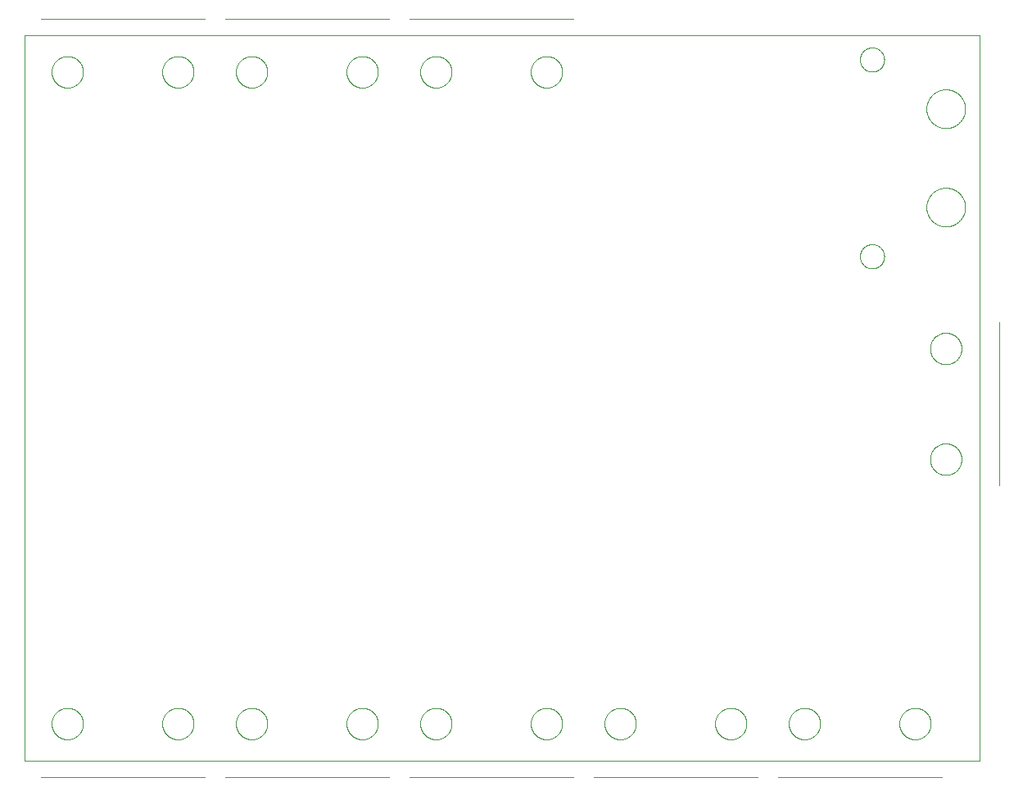
<source format=gbo>
G75*
%MOIN*%
%OFA0B0*%
%FSLAX25Y25*%
%IPPOS*%
%LPD*%
%AMOC8*
5,1,8,0,0,1.08239X$1,22.5*
%
%ADD10C,0.00000*%
%ADD11C,0.00039*%
D10*
X0004867Y0017038D02*
X0004867Y0311998D01*
X0393567Y0311998D01*
X0393567Y0017038D01*
X0004867Y0017038D01*
X0015967Y0032038D02*
X0015969Y0032198D01*
X0015975Y0032357D01*
X0015985Y0032516D01*
X0015999Y0032675D01*
X0016017Y0032834D01*
X0016038Y0032992D01*
X0016064Y0033149D01*
X0016094Y0033306D01*
X0016127Y0033462D01*
X0016165Y0033617D01*
X0016206Y0033771D01*
X0016251Y0033924D01*
X0016300Y0034076D01*
X0016353Y0034227D01*
X0016409Y0034376D01*
X0016470Y0034524D01*
X0016533Y0034670D01*
X0016601Y0034815D01*
X0016672Y0034958D01*
X0016746Y0035099D01*
X0016824Y0035238D01*
X0016906Y0035375D01*
X0016991Y0035510D01*
X0017079Y0035643D01*
X0017171Y0035774D01*
X0017265Y0035902D01*
X0017363Y0036028D01*
X0017464Y0036152D01*
X0017568Y0036273D01*
X0017675Y0036391D01*
X0017785Y0036507D01*
X0017898Y0036620D01*
X0018014Y0036730D01*
X0018132Y0036837D01*
X0018253Y0036941D01*
X0018377Y0037042D01*
X0018503Y0037140D01*
X0018631Y0037234D01*
X0018762Y0037326D01*
X0018895Y0037414D01*
X0019030Y0037499D01*
X0019167Y0037581D01*
X0019306Y0037659D01*
X0019447Y0037733D01*
X0019590Y0037804D01*
X0019735Y0037872D01*
X0019881Y0037935D01*
X0020029Y0037996D01*
X0020178Y0038052D01*
X0020329Y0038105D01*
X0020481Y0038154D01*
X0020634Y0038199D01*
X0020788Y0038240D01*
X0020943Y0038278D01*
X0021099Y0038311D01*
X0021256Y0038341D01*
X0021413Y0038367D01*
X0021571Y0038388D01*
X0021730Y0038406D01*
X0021889Y0038420D01*
X0022048Y0038430D01*
X0022207Y0038436D01*
X0022367Y0038438D01*
X0022527Y0038436D01*
X0022686Y0038430D01*
X0022845Y0038420D01*
X0023004Y0038406D01*
X0023163Y0038388D01*
X0023321Y0038367D01*
X0023478Y0038341D01*
X0023635Y0038311D01*
X0023791Y0038278D01*
X0023946Y0038240D01*
X0024100Y0038199D01*
X0024253Y0038154D01*
X0024405Y0038105D01*
X0024556Y0038052D01*
X0024705Y0037996D01*
X0024853Y0037935D01*
X0024999Y0037872D01*
X0025144Y0037804D01*
X0025287Y0037733D01*
X0025428Y0037659D01*
X0025567Y0037581D01*
X0025704Y0037499D01*
X0025839Y0037414D01*
X0025972Y0037326D01*
X0026103Y0037234D01*
X0026231Y0037140D01*
X0026357Y0037042D01*
X0026481Y0036941D01*
X0026602Y0036837D01*
X0026720Y0036730D01*
X0026836Y0036620D01*
X0026949Y0036507D01*
X0027059Y0036391D01*
X0027166Y0036273D01*
X0027270Y0036152D01*
X0027371Y0036028D01*
X0027469Y0035902D01*
X0027563Y0035774D01*
X0027655Y0035643D01*
X0027743Y0035510D01*
X0027828Y0035375D01*
X0027910Y0035238D01*
X0027988Y0035099D01*
X0028062Y0034958D01*
X0028133Y0034815D01*
X0028201Y0034670D01*
X0028264Y0034524D01*
X0028325Y0034376D01*
X0028381Y0034227D01*
X0028434Y0034076D01*
X0028483Y0033924D01*
X0028528Y0033771D01*
X0028569Y0033617D01*
X0028607Y0033462D01*
X0028640Y0033306D01*
X0028670Y0033149D01*
X0028696Y0032992D01*
X0028717Y0032834D01*
X0028735Y0032675D01*
X0028749Y0032516D01*
X0028759Y0032357D01*
X0028765Y0032198D01*
X0028767Y0032038D01*
X0028765Y0031878D01*
X0028759Y0031719D01*
X0028749Y0031560D01*
X0028735Y0031401D01*
X0028717Y0031242D01*
X0028696Y0031084D01*
X0028670Y0030927D01*
X0028640Y0030770D01*
X0028607Y0030614D01*
X0028569Y0030459D01*
X0028528Y0030305D01*
X0028483Y0030152D01*
X0028434Y0030000D01*
X0028381Y0029849D01*
X0028325Y0029700D01*
X0028264Y0029552D01*
X0028201Y0029406D01*
X0028133Y0029261D01*
X0028062Y0029118D01*
X0027988Y0028977D01*
X0027910Y0028838D01*
X0027828Y0028701D01*
X0027743Y0028566D01*
X0027655Y0028433D01*
X0027563Y0028302D01*
X0027469Y0028174D01*
X0027371Y0028048D01*
X0027270Y0027924D01*
X0027166Y0027803D01*
X0027059Y0027685D01*
X0026949Y0027569D01*
X0026836Y0027456D01*
X0026720Y0027346D01*
X0026602Y0027239D01*
X0026481Y0027135D01*
X0026357Y0027034D01*
X0026231Y0026936D01*
X0026103Y0026842D01*
X0025972Y0026750D01*
X0025839Y0026662D01*
X0025704Y0026577D01*
X0025567Y0026495D01*
X0025428Y0026417D01*
X0025287Y0026343D01*
X0025144Y0026272D01*
X0024999Y0026204D01*
X0024853Y0026141D01*
X0024705Y0026080D01*
X0024556Y0026024D01*
X0024405Y0025971D01*
X0024253Y0025922D01*
X0024100Y0025877D01*
X0023946Y0025836D01*
X0023791Y0025798D01*
X0023635Y0025765D01*
X0023478Y0025735D01*
X0023321Y0025709D01*
X0023163Y0025688D01*
X0023004Y0025670D01*
X0022845Y0025656D01*
X0022686Y0025646D01*
X0022527Y0025640D01*
X0022367Y0025638D01*
X0022207Y0025640D01*
X0022048Y0025646D01*
X0021889Y0025656D01*
X0021730Y0025670D01*
X0021571Y0025688D01*
X0021413Y0025709D01*
X0021256Y0025735D01*
X0021099Y0025765D01*
X0020943Y0025798D01*
X0020788Y0025836D01*
X0020634Y0025877D01*
X0020481Y0025922D01*
X0020329Y0025971D01*
X0020178Y0026024D01*
X0020029Y0026080D01*
X0019881Y0026141D01*
X0019735Y0026204D01*
X0019590Y0026272D01*
X0019447Y0026343D01*
X0019306Y0026417D01*
X0019167Y0026495D01*
X0019030Y0026577D01*
X0018895Y0026662D01*
X0018762Y0026750D01*
X0018631Y0026842D01*
X0018503Y0026936D01*
X0018377Y0027034D01*
X0018253Y0027135D01*
X0018132Y0027239D01*
X0018014Y0027346D01*
X0017898Y0027456D01*
X0017785Y0027569D01*
X0017675Y0027685D01*
X0017568Y0027803D01*
X0017464Y0027924D01*
X0017363Y0028048D01*
X0017265Y0028174D01*
X0017171Y0028302D01*
X0017079Y0028433D01*
X0016991Y0028566D01*
X0016906Y0028701D01*
X0016824Y0028838D01*
X0016746Y0028977D01*
X0016672Y0029118D01*
X0016601Y0029261D01*
X0016533Y0029406D01*
X0016470Y0029552D01*
X0016409Y0029700D01*
X0016353Y0029849D01*
X0016300Y0030000D01*
X0016251Y0030152D01*
X0016206Y0030305D01*
X0016165Y0030459D01*
X0016127Y0030614D01*
X0016094Y0030770D01*
X0016064Y0030927D01*
X0016038Y0031084D01*
X0016017Y0031242D01*
X0015999Y0031401D01*
X0015985Y0031560D01*
X0015975Y0031719D01*
X0015969Y0031878D01*
X0015967Y0032038D01*
X0060967Y0032038D02*
X0060969Y0032198D01*
X0060975Y0032357D01*
X0060985Y0032516D01*
X0060999Y0032675D01*
X0061017Y0032834D01*
X0061038Y0032992D01*
X0061064Y0033149D01*
X0061094Y0033306D01*
X0061127Y0033462D01*
X0061165Y0033617D01*
X0061206Y0033771D01*
X0061251Y0033924D01*
X0061300Y0034076D01*
X0061353Y0034227D01*
X0061409Y0034376D01*
X0061470Y0034524D01*
X0061533Y0034670D01*
X0061601Y0034815D01*
X0061672Y0034958D01*
X0061746Y0035099D01*
X0061824Y0035238D01*
X0061906Y0035375D01*
X0061991Y0035510D01*
X0062079Y0035643D01*
X0062171Y0035774D01*
X0062265Y0035902D01*
X0062363Y0036028D01*
X0062464Y0036152D01*
X0062568Y0036273D01*
X0062675Y0036391D01*
X0062785Y0036507D01*
X0062898Y0036620D01*
X0063014Y0036730D01*
X0063132Y0036837D01*
X0063253Y0036941D01*
X0063377Y0037042D01*
X0063503Y0037140D01*
X0063631Y0037234D01*
X0063762Y0037326D01*
X0063895Y0037414D01*
X0064030Y0037499D01*
X0064167Y0037581D01*
X0064306Y0037659D01*
X0064447Y0037733D01*
X0064590Y0037804D01*
X0064735Y0037872D01*
X0064881Y0037935D01*
X0065029Y0037996D01*
X0065178Y0038052D01*
X0065329Y0038105D01*
X0065481Y0038154D01*
X0065634Y0038199D01*
X0065788Y0038240D01*
X0065943Y0038278D01*
X0066099Y0038311D01*
X0066256Y0038341D01*
X0066413Y0038367D01*
X0066571Y0038388D01*
X0066730Y0038406D01*
X0066889Y0038420D01*
X0067048Y0038430D01*
X0067207Y0038436D01*
X0067367Y0038438D01*
X0067527Y0038436D01*
X0067686Y0038430D01*
X0067845Y0038420D01*
X0068004Y0038406D01*
X0068163Y0038388D01*
X0068321Y0038367D01*
X0068478Y0038341D01*
X0068635Y0038311D01*
X0068791Y0038278D01*
X0068946Y0038240D01*
X0069100Y0038199D01*
X0069253Y0038154D01*
X0069405Y0038105D01*
X0069556Y0038052D01*
X0069705Y0037996D01*
X0069853Y0037935D01*
X0069999Y0037872D01*
X0070144Y0037804D01*
X0070287Y0037733D01*
X0070428Y0037659D01*
X0070567Y0037581D01*
X0070704Y0037499D01*
X0070839Y0037414D01*
X0070972Y0037326D01*
X0071103Y0037234D01*
X0071231Y0037140D01*
X0071357Y0037042D01*
X0071481Y0036941D01*
X0071602Y0036837D01*
X0071720Y0036730D01*
X0071836Y0036620D01*
X0071949Y0036507D01*
X0072059Y0036391D01*
X0072166Y0036273D01*
X0072270Y0036152D01*
X0072371Y0036028D01*
X0072469Y0035902D01*
X0072563Y0035774D01*
X0072655Y0035643D01*
X0072743Y0035510D01*
X0072828Y0035375D01*
X0072910Y0035238D01*
X0072988Y0035099D01*
X0073062Y0034958D01*
X0073133Y0034815D01*
X0073201Y0034670D01*
X0073264Y0034524D01*
X0073325Y0034376D01*
X0073381Y0034227D01*
X0073434Y0034076D01*
X0073483Y0033924D01*
X0073528Y0033771D01*
X0073569Y0033617D01*
X0073607Y0033462D01*
X0073640Y0033306D01*
X0073670Y0033149D01*
X0073696Y0032992D01*
X0073717Y0032834D01*
X0073735Y0032675D01*
X0073749Y0032516D01*
X0073759Y0032357D01*
X0073765Y0032198D01*
X0073767Y0032038D01*
X0073765Y0031878D01*
X0073759Y0031719D01*
X0073749Y0031560D01*
X0073735Y0031401D01*
X0073717Y0031242D01*
X0073696Y0031084D01*
X0073670Y0030927D01*
X0073640Y0030770D01*
X0073607Y0030614D01*
X0073569Y0030459D01*
X0073528Y0030305D01*
X0073483Y0030152D01*
X0073434Y0030000D01*
X0073381Y0029849D01*
X0073325Y0029700D01*
X0073264Y0029552D01*
X0073201Y0029406D01*
X0073133Y0029261D01*
X0073062Y0029118D01*
X0072988Y0028977D01*
X0072910Y0028838D01*
X0072828Y0028701D01*
X0072743Y0028566D01*
X0072655Y0028433D01*
X0072563Y0028302D01*
X0072469Y0028174D01*
X0072371Y0028048D01*
X0072270Y0027924D01*
X0072166Y0027803D01*
X0072059Y0027685D01*
X0071949Y0027569D01*
X0071836Y0027456D01*
X0071720Y0027346D01*
X0071602Y0027239D01*
X0071481Y0027135D01*
X0071357Y0027034D01*
X0071231Y0026936D01*
X0071103Y0026842D01*
X0070972Y0026750D01*
X0070839Y0026662D01*
X0070704Y0026577D01*
X0070567Y0026495D01*
X0070428Y0026417D01*
X0070287Y0026343D01*
X0070144Y0026272D01*
X0069999Y0026204D01*
X0069853Y0026141D01*
X0069705Y0026080D01*
X0069556Y0026024D01*
X0069405Y0025971D01*
X0069253Y0025922D01*
X0069100Y0025877D01*
X0068946Y0025836D01*
X0068791Y0025798D01*
X0068635Y0025765D01*
X0068478Y0025735D01*
X0068321Y0025709D01*
X0068163Y0025688D01*
X0068004Y0025670D01*
X0067845Y0025656D01*
X0067686Y0025646D01*
X0067527Y0025640D01*
X0067367Y0025638D01*
X0067207Y0025640D01*
X0067048Y0025646D01*
X0066889Y0025656D01*
X0066730Y0025670D01*
X0066571Y0025688D01*
X0066413Y0025709D01*
X0066256Y0025735D01*
X0066099Y0025765D01*
X0065943Y0025798D01*
X0065788Y0025836D01*
X0065634Y0025877D01*
X0065481Y0025922D01*
X0065329Y0025971D01*
X0065178Y0026024D01*
X0065029Y0026080D01*
X0064881Y0026141D01*
X0064735Y0026204D01*
X0064590Y0026272D01*
X0064447Y0026343D01*
X0064306Y0026417D01*
X0064167Y0026495D01*
X0064030Y0026577D01*
X0063895Y0026662D01*
X0063762Y0026750D01*
X0063631Y0026842D01*
X0063503Y0026936D01*
X0063377Y0027034D01*
X0063253Y0027135D01*
X0063132Y0027239D01*
X0063014Y0027346D01*
X0062898Y0027456D01*
X0062785Y0027569D01*
X0062675Y0027685D01*
X0062568Y0027803D01*
X0062464Y0027924D01*
X0062363Y0028048D01*
X0062265Y0028174D01*
X0062171Y0028302D01*
X0062079Y0028433D01*
X0061991Y0028566D01*
X0061906Y0028701D01*
X0061824Y0028838D01*
X0061746Y0028977D01*
X0061672Y0029118D01*
X0061601Y0029261D01*
X0061533Y0029406D01*
X0061470Y0029552D01*
X0061409Y0029700D01*
X0061353Y0029849D01*
X0061300Y0030000D01*
X0061251Y0030152D01*
X0061206Y0030305D01*
X0061165Y0030459D01*
X0061127Y0030614D01*
X0061094Y0030770D01*
X0061064Y0030927D01*
X0061038Y0031084D01*
X0061017Y0031242D01*
X0060999Y0031401D01*
X0060985Y0031560D01*
X0060975Y0031719D01*
X0060969Y0031878D01*
X0060967Y0032038D01*
X0090967Y0032038D02*
X0090969Y0032198D01*
X0090975Y0032357D01*
X0090985Y0032516D01*
X0090999Y0032675D01*
X0091017Y0032834D01*
X0091038Y0032992D01*
X0091064Y0033149D01*
X0091094Y0033306D01*
X0091127Y0033462D01*
X0091165Y0033617D01*
X0091206Y0033771D01*
X0091251Y0033924D01*
X0091300Y0034076D01*
X0091353Y0034227D01*
X0091409Y0034376D01*
X0091470Y0034524D01*
X0091533Y0034670D01*
X0091601Y0034815D01*
X0091672Y0034958D01*
X0091746Y0035099D01*
X0091824Y0035238D01*
X0091906Y0035375D01*
X0091991Y0035510D01*
X0092079Y0035643D01*
X0092171Y0035774D01*
X0092265Y0035902D01*
X0092363Y0036028D01*
X0092464Y0036152D01*
X0092568Y0036273D01*
X0092675Y0036391D01*
X0092785Y0036507D01*
X0092898Y0036620D01*
X0093014Y0036730D01*
X0093132Y0036837D01*
X0093253Y0036941D01*
X0093377Y0037042D01*
X0093503Y0037140D01*
X0093631Y0037234D01*
X0093762Y0037326D01*
X0093895Y0037414D01*
X0094030Y0037499D01*
X0094167Y0037581D01*
X0094306Y0037659D01*
X0094447Y0037733D01*
X0094590Y0037804D01*
X0094735Y0037872D01*
X0094881Y0037935D01*
X0095029Y0037996D01*
X0095178Y0038052D01*
X0095329Y0038105D01*
X0095481Y0038154D01*
X0095634Y0038199D01*
X0095788Y0038240D01*
X0095943Y0038278D01*
X0096099Y0038311D01*
X0096256Y0038341D01*
X0096413Y0038367D01*
X0096571Y0038388D01*
X0096730Y0038406D01*
X0096889Y0038420D01*
X0097048Y0038430D01*
X0097207Y0038436D01*
X0097367Y0038438D01*
X0097527Y0038436D01*
X0097686Y0038430D01*
X0097845Y0038420D01*
X0098004Y0038406D01*
X0098163Y0038388D01*
X0098321Y0038367D01*
X0098478Y0038341D01*
X0098635Y0038311D01*
X0098791Y0038278D01*
X0098946Y0038240D01*
X0099100Y0038199D01*
X0099253Y0038154D01*
X0099405Y0038105D01*
X0099556Y0038052D01*
X0099705Y0037996D01*
X0099853Y0037935D01*
X0099999Y0037872D01*
X0100144Y0037804D01*
X0100287Y0037733D01*
X0100428Y0037659D01*
X0100567Y0037581D01*
X0100704Y0037499D01*
X0100839Y0037414D01*
X0100972Y0037326D01*
X0101103Y0037234D01*
X0101231Y0037140D01*
X0101357Y0037042D01*
X0101481Y0036941D01*
X0101602Y0036837D01*
X0101720Y0036730D01*
X0101836Y0036620D01*
X0101949Y0036507D01*
X0102059Y0036391D01*
X0102166Y0036273D01*
X0102270Y0036152D01*
X0102371Y0036028D01*
X0102469Y0035902D01*
X0102563Y0035774D01*
X0102655Y0035643D01*
X0102743Y0035510D01*
X0102828Y0035375D01*
X0102910Y0035238D01*
X0102988Y0035099D01*
X0103062Y0034958D01*
X0103133Y0034815D01*
X0103201Y0034670D01*
X0103264Y0034524D01*
X0103325Y0034376D01*
X0103381Y0034227D01*
X0103434Y0034076D01*
X0103483Y0033924D01*
X0103528Y0033771D01*
X0103569Y0033617D01*
X0103607Y0033462D01*
X0103640Y0033306D01*
X0103670Y0033149D01*
X0103696Y0032992D01*
X0103717Y0032834D01*
X0103735Y0032675D01*
X0103749Y0032516D01*
X0103759Y0032357D01*
X0103765Y0032198D01*
X0103767Y0032038D01*
X0103765Y0031878D01*
X0103759Y0031719D01*
X0103749Y0031560D01*
X0103735Y0031401D01*
X0103717Y0031242D01*
X0103696Y0031084D01*
X0103670Y0030927D01*
X0103640Y0030770D01*
X0103607Y0030614D01*
X0103569Y0030459D01*
X0103528Y0030305D01*
X0103483Y0030152D01*
X0103434Y0030000D01*
X0103381Y0029849D01*
X0103325Y0029700D01*
X0103264Y0029552D01*
X0103201Y0029406D01*
X0103133Y0029261D01*
X0103062Y0029118D01*
X0102988Y0028977D01*
X0102910Y0028838D01*
X0102828Y0028701D01*
X0102743Y0028566D01*
X0102655Y0028433D01*
X0102563Y0028302D01*
X0102469Y0028174D01*
X0102371Y0028048D01*
X0102270Y0027924D01*
X0102166Y0027803D01*
X0102059Y0027685D01*
X0101949Y0027569D01*
X0101836Y0027456D01*
X0101720Y0027346D01*
X0101602Y0027239D01*
X0101481Y0027135D01*
X0101357Y0027034D01*
X0101231Y0026936D01*
X0101103Y0026842D01*
X0100972Y0026750D01*
X0100839Y0026662D01*
X0100704Y0026577D01*
X0100567Y0026495D01*
X0100428Y0026417D01*
X0100287Y0026343D01*
X0100144Y0026272D01*
X0099999Y0026204D01*
X0099853Y0026141D01*
X0099705Y0026080D01*
X0099556Y0026024D01*
X0099405Y0025971D01*
X0099253Y0025922D01*
X0099100Y0025877D01*
X0098946Y0025836D01*
X0098791Y0025798D01*
X0098635Y0025765D01*
X0098478Y0025735D01*
X0098321Y0025709D01*
X0098163Y0025688D01*
X0098004Y0025670D01*
X0097845Y0025656D01*
X0097686Y0025646D01*
X0097527Y0025640D01*
X0097367Y0025638D01*
X0097207Y0025640D01*
X0097048Y0025646D01*
X0096889Y0025656D01*
X0096730Y0025670D01*
X0096571Y0025688D01*
X0096413Y0025709D01*
X0096256Y0025735D01*
X0096099Y0025765D01*
X0095943Y0025798D01*
X0095788Y0025836D01*
X0095634Y0025877D01*
X0095481Y0025922D01*
X0095329Y0025971D01*
X0095178Y0026024D01*
X0095029Y0026080D01*
X0094881Y0026141D01*
X0094735Y0026204D01*
X0094590Y0026272D01*
X0094447Y0026343D01*
X0094306Y0026417D01*
X0094167Y0026495D01*
X0094030Y0026577D01*
X0093895Y0026662D01*
X0093762Y0026750D01*
X0093631Y0026842D01*
X0093503Y0026936D01*
X0093377Y0027034D01*
X0093253Y0027135D01*
X0093132Y0027239D01*
X0093014Y0027346D01*
X0092898Y0027456D01*
X0092785Y0027569D01*
X0092675Y0027685D01*
X0092568Y0027803D01*
X0092464Y0027924D01*
X0092363Y0028048D01*
X0092265Y0028174D01*
X0092171Y0028302D01*
X0092079Y0028433D01*
X0091991Y0028566D01*
X0091906Y0028701D01*
X0091824Y0028838D01*
X0091746Y0028977D01*
X0091672Y0029118D01*
X0091601Y0029261D01*
X0091533Y0029406D01*
X0091470Y0029552D01*
X0091409Y0029700D01*
X0091353Y0029849D01*
X0091300Y0030000D01*
X0091251Y0030152D01*
X0091206Y0030305D01*
X0091165Y0030459D01*
X0091127Y0030614D01*
X0091094Y0030770D01*
X0091064Y0030927D01*
X0091038Y0031084D01*
X0091017Y0031242D01*
X0090999Y0031401D01*
X0090985Y0031560D01*
X0090975Y0031719D01*
X0090969Y0031878D01*
X0090967Y0032038D01*
X0135967Y0032038D02*
X0135969Y0032198D01*
X0135975Y0032357D01*
X0135985Y0032516D01*
X0135999Y0032675D01*
X0136017Y0032834D01*
X0136038Y0032992D01*
X0136064Y0033149D01*
X0136094Y0033306D01*
X0136127Y0033462D01*
X0136165Y0033617D01*
X0136206Y0033771D01*
X0136251Y0033924D01*
X0136300Y0034076D01*
X0136353Y0034227D01*
X0136409Y0034376D01*
X0136470Y0034524D01*
X0136533Y0034670D01*
X0136601Y0034815D01*
X0136672Y0034958D01*
X0136746Y0035099D01*
X0136824Y0035238D01*
X0136906Y0035375D01*
X0136991Y0035510D01*
X0137079Y0035643D01*
X0137171Y0035774D01*
X0137265Y0035902D01*
X0137363Y0036028D01*
X0137464Y0036152D01*
X0137568Y0036273D01*
X0137675Y0036391D01*
X0137785Y0036507D01*
X0137898Y0036620D01*
X0138014Y0036730D01*
X0138132Y0036837D01*
X0138253Y0036941D01*
X0138377Y0037042D01*
X0138503Y0037140D01*
X0138631Y0037234D01*
X0138762Y0037326D01*
X0138895Y0037414D01*
X0139030Y0037499D01*
X0139167Y0037581D01*
X0139306Y0037659D01*
X0139447Y0037733D01*
X0139590Y0037804D01*
X0139735Y0037872D01*
X0139881Y0037935D01*
X0140029Y0037996D01*
X0140178Y0038052D01*
X0140329Y0038105D01*
X0140481Y0038154D01*
X0140634Y0038199D01*
X0140788Y0038240D01*
X0140943Y0038278D01*
X0141099Y0038311D01*
X0141256Y0038341D01*
X0141413Y0038367D01*
X0141571Y0038388D01*
X0141730Y0038406D01*
X0141889Y0038420D01*
X0142048Y0038430D01*
X0142207Y0038436D01*
X0142367Y0038438D01*
X0142527Y0038436D01*
X0142686Y0038430D01*
X0142845Y0038420D01*
X0143004Y0038406D01*
X0143163Y0038388D01*
X0143321Y0038367D01*
X0143478Y0038341D01*
X0143635Y0038311D01*
X0143791Y0038278D01*
X0143946Y0038240D01*
X0144100Y0038199D01*
X0144253Y0038154D01*
X0144405Y0038105D01*
X0144556Y0038052D01*
X0144705Y0037996D01*
X0144853Y0037935D01*
X0144999Y0037872D01*
X0145144Y0037804D01*
X0145287Y0037733D01*
X0145428Y0037659D01*
X0145567Y0037581D01*
X0145704Y0037499D01*
X0145839Y0037414D01*
X0145972Y0037326D01*
X0146103Y0037234D01*
X0146231Y0037140D01*
X0146357Y0037042D01*
X0146481Y0036941D01*
X0146602Y0036837D01*
X0146720Y0036730D01*
X0146836Y0036620D01*
X0146949Y0036507D01*
X0147059Y0036391D01*
X0147166Y0036273D01*
X0147270Y0036152D01*
X0147371Y0036028D01*
X0147469Y0035902D01*
X0147563Y0035774D01*
X0147655Y0035643D01*
X0147743Y0035510D01*
X0147828Y0035375D01*
X0147910Y0035238D01*
X0147988Y0035099D01*
X0148062Y0034958D01*
X0148133Y0034815D01*
X0148201Y0034670D01*
X0148264Y0034524D01*
X0148325Y0034376D01*
X0148381Y0034227D01*
X0148434Y0034076D01*
X0148483Y0033924D01*
X0148528Y0033771D01*
X0148569Y0033617D01*
X0148607Y0033462D01*
X0148640Y0033306D01*
X0148670Y0033149D01*
X0148696Y0032992D01*
X0148717Y0032834D01*
X0148735Y0032675D01*
X0148749Y0032516D01*
X0148759Y0032357D01*
X0148765Y0032198D01*
X0148767Y0032038D01*
X0148765Y0031878D01*
X0148759Y0031719D01*
X0148749Y0031560D01*
X0148735Y0031401D01*
X0148717Y0031242D01*
X0148696Y0031084D01*
X0148670Y0030927D01*
X0148640Y0030770D01*
X0148607Y0030614D01*
X0148569Y0030459D01*
X0148528Y0030305D01*
X0148483Y0030152D01*
X0148434Y0030000D01*
X0148381Y0029849D01*
X0148325Y0029700D01*
X0148264Y0029552D01*
X0148201Y0029406D01*
X0148133Y0029261D01*
X0148062Y0029118D01*
X0147988Y0028977D01*
X0147910Y0028838D01*
X0147828Y0028701D01*
X0147743Y0028566D01*
X0147655Y0028433D01*
X0147563Y0028302D01*
X0147469Y0028174D01*
X0147371Y0028048D01*
X0147270Y0027924D01*
X0147166Y0027803D01*
X0147059Y0027685D01*
X0146949Y0027569D01*
X0146836Y0027456D01*
X0146720Y0027346D01*
X0146602Y0027239D01*
X0146481Y0027135D01*
X0146357Y0027034D01*
X0146231Y0026936D01*
X0146103Y0026842D01*
X0145972Y0026750D01*
X0145839Y0026662D01*
X0145704Y0026577D01*
X0145567Y0026495D01*
X0145428Y0026417D01*
X0145287Y0026343D01*
X0145144Y0026272D01*
X0144999Y0026204D01*
X0144853Y0026141D01*
X0144705Y0026080D01*
X0144556Y0026024D01*
X0144405Y0025971D01*
X0144253Y0025922D01*
X0144100Y0025877D01*
X0143946Y0025836D01*
X0143791Y0025798D01*
X0143635Y0025765D01*
X0143478Y0025735D01*
X0143321Y0025709D01*
X0143163Y0025688D01*
X0143004Y0025670D01*
X0142845Y0025656D01*
X0142686Y0025646D01*
X0142527Y0025640D01*
X0142367Y0025638D01*
X0142207Y0025640D01*
X0142048Y0025646D01*
X0141889Y0025656D01*
X0141730Y0025670D01*
X0141571Y0025688D01*
X0141413Y0025709D01*
X0141256Y0025735D01*
X0141099Y0025765D01*
X0140943Y0025798D01*
X0140788Y0025836D01*
X0140634Y0025877D01*
X0140481Y0025922D01*
X0140329Y0025971D01*
X0140178Y0026024D01*
X0140029Y0026080D01*
X0139881Y0026141D01*
X0139735Y0026204D01*
X0139590Y0026272D01*
X0139447Y0026343D01*
X0139306Y0026417D01*
X0139167Y0026495D01*
X0139030Y0026577D01*
X0138895Y0026662D01*
X0138762Y0026750D01*
X0138631Y0026842D01*
X0138503Y0026936D01*
X0138377Y0027034D01*
X0138253Y0027135D01*
X0138132Y0027239D01*
X0138014Y0027346D01*
X0137898Y0027456D01*
X0137785Y0027569D01*
X0137675Y0027685D01*
X0137568Y0027803D01*
X0137464Y0027924D01*
X0137363Y0028048D01*
X0137265Y0028174D01*
X0137171Y0028302D01*
X0137079Y0028433D01*
X0136991Y0028566D01*
X0136906Y0028701D01*
X0136824Y0028838D01*
X0136746Y0028977D01*
X0136672Y0029118D01*
X0136601Y0029261D01*
X0136533Y0029406D01*
X0136470Y0029552D01*
X0136409Y0029700D01*
X0136353Y0029849D01*
X0136300Y0030000D01*
X0136251Y0030152D01*
X0136206Y0030305D01*
X0136165Y0030459D01*
X0136127Y0030614D01*
X0136094Y0030770D01*
X0136064Y0030927D01*
X0136038Y0031084D01*
X0136017Y0031242D01*
X0135999Y0031401D01*
X0135985Y0031560D01*
X0135975Y0031719D01*
X0135969Y0031878D01*
X0135967Y0032038D01*
X0165967Y0032038D02*
X0165969Y0032198D01*
X0165975Y0032357D01*
X0165985Y0032516D01*
X0165999Y0032675D01*
X0166017Y0032834D01*
X0166038Y0032992D01*
X0166064Y0033149D01*
X0166094Y0033306D01*
X0166127Y0033462D01*
X0166165Y0033617D01*
X0166206Y0033771D01*
X0166251Y0033924D01*
X0166300Y0034076D01*
X0166353Y0034227D01*
X0166409Y0034376D01*
X0166470Y0034524D01*
X0166533Y0034670D01*
X0166601Y0034815D01*
X0166672Y0034958D01*
X0166746Y0035099D01*
X0166824Y0035238D01*
X0166906Y0035375D01*
X0166991Y0035510D01*
X0167079Y0035643D01*
X0167171Y0035774D01*
X0167265Y0035902D01*
X0167363Y0036028D01*
X0167464Y0036152D01*
X0167568Y0036273D01*
X0167675Y0036391D01*
X0167785Y0036507D01*
X0167898Y0036620D01*
X0168014Y0036730D01*
X0168132Y0036837D01*
X0168253Y0036941D01*
X0168377Y0037042D01*
X0168503Y0037140D01*
X0168631Y0037234D01*
X0168762Y0037326D01*
X0168895Y0037414D01*
X0169030Y0037499D01*
X0169167Y0037581D01*
X0169306Y0037659D01*
X0169447Y0037733D01*
X0169590Y0037804D01*
X0169735Y0037872D01*
X0169881Y0037935D01*
X0170029Y0037996D01*
X0170178Y0038052D01*
X0170329Y0038105D01*
X0170481Y0038154D01*
X0170634Y0038199D01*
X0170788Y0038240D01*
X0170943Y0038278D01*
X0171099Y0038311D01*
X0171256Y0038341D01*
X0171413Y0038367D01*
X0171571Y0038388D01*
X0171730Y0038406D01*
X0171889Y0038420D01*
X0172048Y0038430D01*
X0172207Y0038436D01*
X0172367Y0038438D01*
X0172527Y0038436D01*
X0172686Y0038430D01*
X0172845Y0038420D01*
X0173004Y0038406D01*
X0173163Y0038388D01*
X0173321Y0038367D01*
X0173478Y0038341D01*
X0173635Y0038311D01*
X0173791Y0038278D01*
X0173946Y0038240D01*
X0174100Y0038199D01*
X0174253Y0038154D01*
X0174405Y0038105D01*
X0174556Y0038052D01*
X0174705Y0037996D01*
X0174853Y0037935D01*
X0174999Y0037872D01*
X0175144Y0037804D01*
X0175287Y0037733D01*
X0175428Y0037659D01*
X0175567Y0037581D01*
X0175704Y0037499D01*
X0175839Y0037414D01*
X0175972Y0037326D01*
X0176103Y0037234D01*
X0176231Y0037140D01*
X0176357Y0037042D01*
X0176481Y0036941D01*
X0176602Y0036837D01*
X0176720Y0036730D01*
X0176836Y0036620D01*
X0176949Y0036507D01*
X0177059Y0036391D01*
X0177166Y0036273D01*
X0177270Y0036152D01*
X0177371Y0036028D01*
X0177469Y0035902D01*
X0177563Y0035774D01*
X0177655Y0035643D01*
X0177743Y0035510D01*
X0177828Y0035375D01*
X0177910Y0035238D01*
X0177988Y0035099D01*
X0178062Y0034958D01*
X0178133Y0034815D01*
X0178201Y0034670D01*
X0178264Y0034524D01*
X0178325Y0034376D01*
X0178381Y0034227D01*
X0178434Y0034076D01*
X0178483Y0033924D01*
X0178528Y0033771D01*
X0178569Y0033617D01*
X0178607Y0033462D01*
X0178640Y0033306D01*
X0178670Y0033149D01*
X0178696Y0032992D01*
X0178717Y0032834D01*
X0178735Y0032675D01*
X0178749Y0032516D01*
X0178759Y0032357D01*
X0178765Y0032198D01*
X0178767Y0032038D01*
X0178765Y0031878D01*
X0178759Y0031719D01*
X0178749Y0031560D01*
X0178735Y0031401D01*
X0178717Y0031242D01*
X0178696Y0031084D01*
X0178670Y0030927D01*
X0178640Y0030770D01*
X0178607Y0030614D01*
X0178569Y0030459D01*
X0178528Y0030305D01*
X0178483Y0030152D01*
X0178434Y0030000D01*
X0178381Y0029849D01*
X0178325Y0029700D01*
X0178264Y0029552D01*
X0178201Y0029406D01*
X0178133Y0029261D01*
X0178062Y0029118D01*
X0177988Y0028977D01*
X0177910Y0028838D01*
X0177828Y0028701D01*
X0177743Y0028566D01*
X0177655Y0028433D01*
X0177563Y0028302D01*
X0177469Y0028174D01*
X0177371Y0028048D01*
X0177270Y0027924D01*
X0177166Y0027803D01*
X0177059Y0027685D01*
X0176949Y0027569D01*
X0176836Y0027456D01*
X0176720Y0027346D01*
X0176602Y0027239D01*
X0176481Y0027135D01*
X0176357Y0027034D01*
X0176231Y0026936D01*
X0176103Y0026842D01*
X0175972Y0026750D01*
X0175839Y0026662D01*
X0175704Y0026577D01*
X0175567Y0026495D01*
X0175428Y0026417D01*
X0175287Y0026343D01*
X0175144Y0026272D01*
X0174999Y0026204D01*
X0174853Y0026141D01*
X0174705Y0026080D01*
X0174556Y0026024D01*
X0174405Y0025971D01*
X0174253Y0025922D01*
X0174100Y0025877D01*
X0173946Y0025836D01*
X0173791Y0025798D01*
X0173635Y0025765D01*
X0173478Y0025735D01*
X0173321Y0025709D01*
X0173163Y0025688D01*
X0173004Y0025670D01*
X0172845Y0025656D01*
X0172686Y0025646D01*
X0172527Y0025640D01*
X0172367Y0025638D01*
X0172207Y0025640D01*
X0172048Y0025646D01*
X0171889Y0025656D01*
X0171730Y0025670D01*
X0171571Y0025688D01*
X0171413Y0025709D01*
X0171256Y0025735D01*
X0171099Y0025765D01*
X0170943Y0025798D01*
X0170788Y0025836D01*
X0170634Y0025877D01*
X0170481Y0025922D01*
X0170329Y0025971D01*
X0170178Y0026024D01*
X0170029Y0026080D01*
X0169881Y0026141D01*
X0169735Y0026204D01*
X0169590Y0026272D01*
X0169447Y0026343D01*
X0169306Y0026417D01*
X0169167Y0026495D01*
X0169030Y0026577D01*
X0168895Y0026662D01*
X0168762Y0026750D01*
X0168631Y0026842D01*
X0168503Y0026936D01*
X0168377Y0027034D01*
X0168253Y0027135D01*
X0168132Y0027239D01*
X0168014Y0027346D01*
X0167898Y0027456D01*
X0167785Y0027569D01*
X0167675Y0027685D01*
X0167568Y0027803D01*
X0167464Y0027924D01*
X0167363Y0028048D01*
X0167265Y0028174D01*
X0167171Y0028302D01*
X0167079Y0028433D01*
X0166991Y0028566D01*
X0166906Y0028701D01*
X0166824Y0028838D01*
X0166746Y0028977D01*
X0166672Y0029118D01*
X0166601Y0029261D01*
X0166533Y0029406D01*
X0166470Y0029552D01*
X0166409Y0029700D01*
X0166353Y0029849D01*
X0166300Y0030000D01*
X0166251Y0030152D01*
X0166206Y0030305D01*
X0166165Y0030459D01*
X0166127Y0030614D01*
X0166094Y0030770D01*
X0166064Y0030927D01*
X0166038Y0031084D01*
X0166017Y0031242D01*
X0165999Y0031401D01*
X0165985Y0031560D01*
X0165975Y0031719D01*
X0165969Y0031878D01*
X0165967Y0032038D01*
X0210967Y0032038D02*
X0210969Y0032198D01*
X0210975Y0032357D01*
X0210985Y0032516D01*
X0210999Y0032675D01*
X0211017Y0032834D01*
X0211038Y0032992D01*
X0211064Y0033149D01*
X0211094Y0033306D01*
X0211127Y0033462D01*
X0211165Y0033617D01*
X0211206Y0033771D01*
X0211251Y0033924D01*
X0211300Y0034076D01*
X0211353Y0034227D01*
X0211409Y0034376D01*
X0211470Y0034524D01*
X0211533Y0034670D01*
X0211601Y0034815D01*
X0211672Y0034958D01*
X0211746Y0035099D01*
X0211824Y0035238D01*
X0211906Y0035375D01*
X0211991Y0035510D01*
X0212079Y0035643D01*
X0212171Y0035774D01*
X0212265Y0035902D01*
X0212363Y0036028D01*
X0212464Y0036152D01*
X0212568Y0036273D01*
X0212675Y0036391D01*
X0212785Y0036507D01*
X0212898Y0036620D01*
X0213014Y0036730D01*
X0213132Y0036837D01*
X0213253Y0036941D01*
X0213377Y0037042D01*
X0213503Y0037140D01*
X0213631Y0037234D01*
X0213762Y0037326D01*
X0213895Y0037414D01*
X0214030Y0037499D01*
X0214167Y0037581D01*
X0214306Y0037659D01*
X0214447Y0037733D01*
X0214590Y0037804D01*
X0214735Y0037872D01*
X0214881Y0037935D01*
X0215029Y0037996D01*
X0215178Y0038052D01*
X0215329Y0038105D01*
X0215481Y0038154D01*
X0215634Y0038199D01*
X0215788Y0038240D01*
X0215943Y0038278D01*
X0216099Y0038311D01*
X0216256Y0038341D01*
X0216413Y0038367D01*
X0216571Y0038388D01*
X0216730Y0038406D01*
X0216889Y0038420D01*
X0217048Y0038430D01*
X0217207Y0038436D01*
X0217367Y0038438D01*
X0217527Y0038436D01*
X0217686Y0038430D01*
X0217845Y0038420D01*
X0218004Y0038406D01*
X0218163Y0038388D01*
X0218321Y0038367D01*
X0218478Y0038341D01*
X0218635Y0038311D01*
X0218791Y0038278D01*
X0218946Y0038240D01*
X0219100Y0038199D01*
X0219253Y0038154D01*
X0219405Y0038105D01*
X0219556Y0038052D01*
X0219705Y0037996D01*
X0219853Y0037935D01*
X0219999Y0037872D01*
X0220144Y0037804D01*
X0220287Y0037733D01*
X0220428Y0037659D01*
X0220567Y0037581D01*
X0220704Y0037499D01*
X0220839Y0037414D01*
X0220972Y0037326D01*
X0221103Y0037234D01*
X0221231Y0037140D01*
X0221357Y0037042D01*
X0221481Y0036941D01*
X0221602Y0036837D01*
X0221720Y0036730D01*
X0221836Y0036620D01*
X0221949Y0036507D01*
X0222059Y0036391D01*
X0222166Y0036273D01*
X0222270Y0036152D01*
X0222371Y0036028D01*
X0222469Y0035902D01*
X0222563Y0035774D01*
X0222655Y0035643D01*
X0222743Y0035510D01*
X0222828Y0035375D01*
X0222910Y0035238D01*
X0222988Y0035099D01*
X0223062Y0034958D01*
X0223133Y0034815D01*
X0223201Y0034670D01*
X0223264Y0034524D01*
X0223325Y0034376D01*
X0223381Y0034227D01*
X0223434Y0034076D01*
X0223483Y0033924D01*
X0223528Y0033771D01*
X0223569Y0033617D01*
X0223607Y0033462D01*
X0223640Y0033306D01*
X0223670Y0033149D01*
X0223696Y0032992D01*
X0223717Y0032834D01*
X0223735Y0032675D01*
X0223749Y0032516D01*
X0223759Y0032357D01*
X0223765Y0032198D01*
X0223767Y0032038D01*
X0223765Y0031878D01*
X0223759Y0031719D01*
X0223749Y0031560D01*
X0223735Y0031401D01*
X0223717Y0031242D01*
X0223696Y0031084D01*
X0223670Y0030927D01*
X0223640Y0030770D01*
X0223607Y0030614D01*
X0223569Y0030459D01*
X0223528Y0030305D01*
X0223483Y0030152D01*
X0223434Y0030000D01*
X0223381Y0029849D01*
X0223325Y0029700D01*
X0223264Y0029552D01*
X0223201Y0029406D01*
X0223133Y0029261D01*
X0223062Y0029118D01*
X0222988Y0028977D01*
X0222910Y0028838D01*
X0222828Y0028701D01*
X0222743Y0028566D01*
X0222655Y0028433D01*
X0222563Y0028302D01*
X0222469Y0028174D01*
X0222371Y0028048D01*
X0222270Y0027924D01*
X0222166Y0027803D01*
X0222059Y0027685D01*
X0221949Y0027569D01*
X0221836Y0027456D01*
X0221720Y0027346D01*
X0221602Y0027239D01*
X0221481Y0027135D01*
X0221357Y0027034D01*
X0221231Y0026936D01*
X0221103Y0026842D01*
X0220972Y0026750D01*
X0220839Y0026662D01*
X0220704Y0026577D01*
X0220567Y0026495D01*
X0220428Y0026417D01*
X0220287Y0026343D01*
X0220144Y0026272D01*
X0219999Y0026204D01*
X0219853Y0026141D01*
X0219705Y0026080D01*
X0219556Y0026024D01*
X0219405Y0025971D01*
X0219253Y0025922D01*
X0219100Y0025877D01*
X0218946Y0025836D01*
X0218791Y0025798D01*
X0218635Y0025765D01*
X0218478Y0025735D01*
X0218321Y0025709D01*
X0218163Y0025688D01*
X0218004Y0025670D01*
X0217845Y0025656D01*
X0217686Y0025646D01*
X0217527Y0025640D01*
X0217367Y0025638D01*
X0217207Y0025640D01*
X0217048Y0025646D01*
X0216889Y0025656D01*
X0216730Y0025670D01*
X0216571Y0025688D01*
X0216413Y0025709D01*
X0216256Y0025735D01*
X0216099Y0025765D01*
X0215943Y0025798D01*
X0215788Y0025836D01*
X0215634Y0025877D01*
X0215481Y0025922D01*
X0215329Y0025971D01*
X0215178Y0026024D01*
X0215029Y0026080D01*
X0214881Y0026141D01*
X0214735Y0026204D01*
X0214590Y0026272D01*
X0214447Y0026343D01*
X0214306Y0026417D01*
X0214167Y0026495D01*
X0214030Y0026577D01*
X0213895Y0026662D01*
X0213762Y0026750D01*
X0213631Y0026842D01*
X0213503Y0026936D01*
X0213377Y0027034D01*
X0213253Y0027135D01*
X0213132Y0027239D01*
X0213014Y0027346D01*
X0212898Y0027456D01*
X0212785Y0027569D01*
X0212675Y0027685D01*
X0212568Y0027803D01*
X0212464Y0027924D01*
X0212363Y0028048D01*
X0212265Y0028174D01*
X0212171Y0028302D01*
X0212079Y0028433D01*
X0211991Y0028566D01*
X0211906Y0028701D01*
X0211824Y0028838D01*
X0211746Y0028977D01*
X0211672Y0029118D01*
X0211601Y0029261D01*
X0211533Y0029406D01*
X0211470Y0029552D01*
X0211409Y0029700D01*
X0211353Y0029849D01*
X0211300Y0030000D01*
X0211251Y0030152D01*
X0211206Y0030305D01*
X0211165Y0030459D01*
X0211127Y0030614D01*
X0211094Y0030770D01*
X0211064Y0030927D01*
X0211038Y0031084D01*
X0211017Y0031242D01*
X0210999Y0031401D01*
X0210985Y0031560D01*
X0210975Y0031719D01*
X0210969Y0031878D01*
X0210967Y0032038D01*
X0240967Y0032038D02*
X0240969Y0032198D01*
X0240975Y0032357D01*
X0240985Y0032516D01*
X0240999Y0032675D01*
X0241017Y0032834D01*
X0241038Y0032992D01*
X0241064Y0033149D01*
X0241094Y0033306D01*
X0241127Y0033462D01*
X0241165Y0033617D01*
X0241206Y0033771D01*
X0241251Y0033924D01*
X0241300Y0034076D01*
X0241353Y0034227D01*
X0241409Y0034376D01*
X0241470Y0034524D01*
X0241533Y0034670D01*
X0241601Y0034815D01*
X0241672Y0034958D01*
X0241746Y0035099D01*
X0241824Y0035238D01*
X0241906Y0035375D01*
X0241991Y0035510D01*
X0242079Y0035643D01*
X0242171Y0035774D01*
X0242265Y0035902D01*
X0242363Y0036028D01*
X0242464Y0036152D01*
X0242568Y0036273D01*
X0242675Y0036391D01*
X0242785Y0036507D01*
X0242898Y0036620D01*
X0243014Y0036730D01*
X0243132Y0036837D01*
X0243253Y0036941D01*
X0243377Y0037042D01*
X0243503Y0037140D01*
X0243631Y0037234D01*
X0243762Y0037326D01*
X0243895Y0037414D01*
X0244030Y0037499D01*
X0244167Y0037581D01*
X0244306Y0037659D01*
X0244447Y0037733D01*
X0244590Y0037804D01*
X0244735Y0037872D01*
X0244881Y0037935D01*
X0245029Y0037996D01*
X0245178Y0038052D01*
X0245329Y0038105D01*
X0245481Y0038154D01*
X0245634Y0038199D01*
X0245788Y0038240D01*
X0245943Y0038278D01*
X0246099Y0038311D01*
X0246256Y0038341D01*
X0246413Y0038367D01*
X0246571Y0038388D01*
X0246730Y0038406D01*
X0246889Y0038420D01*
X0247048Y0038430D01*
X0247207Y0038436D01*
X0247367Y0038438D01*
X0247527Y0038436D01*
X0247686Y0038430D01*
X0247845Y0038420D01*
X0248004Y0038406D01*
X0248163Y0038388D01*
X0248321Y0038367D01*
X0248478Y0038341D01*
X0248635Y0038311D01*
X0248791Y0038278D01*
X0248946Y0038240D01*
X0249100Y0038199D01*
X0249253Y0038154D01*
X0249405Y0038105D01*
X0249556Y0038052D01*
X0249705Y0037996D01*
X0249853Y0037935D01*
X0249999Y0037872D01*
X0250144Y0037804D01*
X0250287Y0037733D01*
X0250428Y0037659D01*
X0250567Y0037581D01*
X0250704Y0037499D01*
X0250839Y0037414D01*
X0250972Y0037326D01*
X0251103Y0037234D01*
X0251231Y0037140D01*
X0251357Y0037042D01*
X0251481Y0036941D01*
X0251602Y0036837D01*
X0251720Y0036730D01*
X0251836Y0036620D01*
X0251949Y0036507D01*
X0252059Y0036391D01*
X0252166Y0036273D01*
X0252270Y0036152D01*
X0252371Y0036028D01*
X0252469Y0035902D01*
X0252563Y0035774D01*
X0252655Y0035643D01*
X0252743Y0035510D01*
X0252828Y0035375D01*
X0252910Y0035238D01*
X0252988Y0035099D01*
X0253062Y0034958D01*
X0253133Y0034815D01*
X0253201Y0034670D01*
X0253264Y0034524D01*
X0253325Y0034376D01*
X0253381Y0034227D01*
X0253434Y0034076D01*
X0253483Y0033924D01*
X0253528Y0033771D01*
X0253569Y0033617D01*
X0253607Y0033462D01*
X0253640Y0033306D01*
X0253670Y0033149D01*
X0253696Y0032992D01*
X0253717Y0032834D01*
X0253735Y0032675D01*
X0253749Y0032516D01*
X0253759Y0032357D01*
X0253765Y0032198D01*
X0253767Y0032038D01*
X0253765Y0031878D01*
X0253759Y0031719D01*
X0253749Y0031560D01*
X0253735Y0031401D01*
X0253717Y0031242D01*
X0253696Y0031084D01*
X0253670Y0030927D01*
X0253640Y0030770D01*
X0253607Y0030614D01*
X0253569Y0030459D01*
X0253528Y0030305D01*
X0253483Y0030152D01*
X0253434Y0030000D01*
X0253381Y0029849D01*
X0253325Y0029700D01*
X0253264Y0029552D01*
X0253201Y0029406D01*
X0253133Y0029261D01*
X0253062Y0029118D01*
X0252988Y0028977D01*
X0252910Y0028838D01*
X0252828Y0028701D01*
X0252743Y0028566D01*
X0252655Y0028433D01*
X0252563Y0028302D01*
X0252469Y0028174D01*
X0252371Y0028048D01*
X0252270Y0027924D01*
X0252166Y0027803D01*
X0252059Y0027685D01*
X0251949Y0027569D01*
X0251836Y0027456D01*
X0251720Y0027346D01*
X0251602Y0027239D01*
X0251481Y0027135D01*
X0251357Y0027034D01*
X0251231Y0026936D01*
X0251103Y0026842D01*
X0250972Y0026750D01*
X0250839Y0026662D01*
X0250704Y0026577D01*
X0250567Y0026495D01*
X0250428Y0026417D01*
X0250287Y0026343D01*
X0250144Y0026272D01*
X0249999Y0026204D01*
X0249853Y0026141D01*
X0249705Y0026080D01*
X0249556Y0026024D01*
X0249405Y0025971D01*
X0249253Y0025922D01*
X0249100Y0025877D01*
X0248946Y0025836D01*
X0248791Y0025798D01*
X0248635Y0025765D01*
X0248478Y0025735D01*
X0248321Y0025709D01*
X0248163Y0025688D01*
X0248004Y0025670D01*
X0247845Y0025656D01*
X0247686Y0025646D01*
X0247527Y0025640D01*
X0247367Y0025638D01*
X0247207Y0025640D01*
X0247048Y0025646D01*
X0246889Y0025656D01*
X0246730Y0025670D01*
X0246571Y0025688D01*
X0246413Y0025709D01*
X0246256Y0025735D01*
X0246099Y0025765D01*
X0245943Y0025798D01*
X0245788Y0025836D01*
X0245634Y0025877D01*
X0245481Y0025922D01*
X0245329Y0025971D01*
X0245178Y0026024D01*
X0245029Y0026080D01*
X0244881Y0026141D01*
X0244735Y0026204D01*
X0244590Y0026272D01*
X0244447Y0026343D01*
X0244306Y0026417D01*
X0244167Y0026495D01*
X0244030Y0026577D01*
X0243895Y0026662D01*
X0243762Y0026750D01*
X0243631Y0026842D01*
X0243503Y0026936D01*
X0243377Y0027034D01*
X0243253Y0027135D01*
X0243132Y0027239D01*
X0243014Y0027346D01*
X0242898Y0027456D01*
X0242785Y0027569D01*
X0242675Y0027685D01*
X0242568Y0027803D01*
X0242464Y0027924D01*
X0242363Y0028048D01*
X0242265Y0028174D01*
X0242171Y0028302D01*
X0242079Y0028433D01*
X0241991Y0028566D01*
X0241906Y0028701D01*
X0241824Y0028838D01*
X0241746Y0028977D01*
X0241672Y0029118D01*
X0241601Y0029261D01*
X0241533Y0029406D01*
X0241470Y0029552D01*
X0241409Y0029700D01*
X0241353Y0029849D01*
X0241300Y0030000D01*
X0241251Y0030152D01*
X0241206Y0030305D01*
X0241165Y0030459D01*
X0241127Y0030614D01*
X0241094Y0030770D01*
X0241064Y0030927D01*
X0241038Y0031084D01*
X0241017Y0031242D01*
X0240999Y0031401D01*
X0240985Y0031560D01*
X0240975Y0031719D01*
X0240969Y0031878D01*
X0240967Y0032038D01*
X0285967Y0032038D02*
X0285969Y0032198D01*
X0285975Y0032357D01*
X0285985Y0032516D01*
X0285999Y0032675D01*
X0286017Y0032834D01*
X0286038Y0032992D01*
X0286064Y0033149D01*
X0286094Y0033306D01*
X0286127Y0033462D01*
X0286165Y0033617D01*
X0286206Y0033771D01*
X0286251Y0033924D01*
X0286300Y0034076D01*
X0286353Y0034227D01*
X0286409Y0034376D01*
X0286470Y0034524D01*
X0286533Y0034670D01*
X0286601Y0034815D01*
X0286672Y0034958D01*
X0286746Y0035099D01*
X0286824Y0035238D01*
X0286906Y0035375D01*
X0286991Y0035510D01*
X0287079Y0035643D01*
X0287171Y0035774D01*
X0287265Y0035902D01*
X0287363Y0036028D01*
X0287464Y0036152D01*
X0287568Y0036273D01*
X0287675Y0036391D01*
X0287785Y0036507D01*
X0287898Y0036620D01*
X0288014Y0036730D01*
X0288132Y0036837D01*
X0288253Y0036941D01*
X0288377Y0037042D01*
X0288503Y0037140D01*
X0288631Y0037234D01*
X0288762Y0037326D01*
X0288895Y0037414D01*
X0289030Y0037499D01*
X0289167Y0037581D01*
X0289306Y0037659D01*
X0289447Y0037733D01*
X0289590Y0037804D01*
X0289735Y0037872D01*
X0289881Y0037935D01*
X0290029Y0037996D01*
X0290178Y0038052D01*
X0290329Y0038105D01*
X0290481Y0038154D01*
X0290634Y0038199D01*
X0290788Y0038240D01*
X0290943Y0038278D01*
X0291099Y0038311D01*
X0291256Y0038341D01*
X0291413Y0038367D01*
X0291571Y0038388D01*
X0291730Y0038406D01*
X0291889Y0038420D01*
X0292048Y0038430D01*
X0292207Y0038436D01*
X0292367Y0038438D01*
X0292527Y0038436D01*
X0292686Y0038430D01*
X0292845Y0038420D01*
X0293004Y0038406D01*
X0293163Y0038388D01*
X0293321Y0038367D01*
X0293478Y0038341D01*
X0293635Y0038311D01*
X0293791Y0038278D01*
X0293946Y0038240D01*
X0294100Y0038199D01*
X0294253Y0038154D01*
X0294405Y0038105D01*
X0294556Y0038052D01*
X0294705Y0037996D01*
X0294853Y0037935D01*
X0294999Y0037872D01*
X0295144Y0037804D01*
X0295287Y0037733D01*
X0295428Y0037659D01*
X0295567Y0037581D01*
X0295704Y0037499D01*
X0295839Y0037414D01*
X0295972Y0037326D01*
X0296103Y0037234D01*
X0296231Y0037140D01*
X0296357Y0037042D01*
X0296481Y0036941D01*
X0296602Y0036837D01*
X0296720Y0036730D01*
X0296836Y0036620D01*
X0296949Y0036507D01*
X0297059Y0036391D01*
X0297166Y0036273D01*
X0297270Y0036152D01*
X0297371Y0036028D01*
X0297469Y0035902D01*
X0297563Y0035774D01*
X0297655Y0035643D01*
X0297743Y0035510D01*
X0297828Y0035375D01*
X0297910Y0035238D01*
X0297988Y0035099D01*
X0298062Y0034958D01*
X0298133Y0034815D01*
X0298201Y0034670D01*
X0298264Y0034524D01*
X0298325Y0034376D01*
X0298381Y0034227D01*
X0298434Y0034076D01*
X0298483Y0033924D01*
X0298528Y0033771D01*
X0298569Y0033617D01*
X0298607Y0033462D01*
X0298640Y0033306D01*
X0298670Y0033149D01*
X0298696Y0032992D01*
X0298717Y0032834D01*
X0298735Y0032675D01*
X0298749Y0032516D01*
X0298759Y0032357D01*
X0298765Y0032198D01*
X0298767Y0032038D01*
X0298765Y0031878D01*
X0298759Y0031719D01*
X0298749Y0031560D01*
X0298735Y0031401D01*
X0298717Y0031242D01*
X0298696Y0031084D01*
X0298670Y0030927D01*
X0298640Y0030770D01*
X0298607Y0030614D01*
X0298569Y0030459D01*
X0298528Y0030305D01*
X0298483Y0030152D01*
X0298434Y0030000D01*
X0298381Y0029849D01*
X0298325Y0029700D01*
X0298264Y0029552D01*
X0298201Y0029406D01*
X0298133Y0029261D01*
X0298062Y0029118D01*
X0297988Y0028977D01*
X0297910Y0028838D01*
X0297828Y0028701D01*
X0297743Y0028566D01*
X0297655Y0028433D01*
X0297563Y0028302D01*
X0297469Y0028174D01*
X0297371Y0028048D01*
X0297270Y0027924D01*
X0297166Y0027803D01*
X0297059Y0027685D01*
X0296949Y0027569D01*
X0296836Y0027456D01*
X0296720Y0027346D01*
X0296602Y0027239D01*
X0296481Y0027135D01*
X0296357Y0027034D01*
X0296231Y0026936D01*
X0296103Y0026842D01*
X0295972Y0026750D01*
X0295839Y0026662D01*
X0295704Y0026577D01*
X0295567Y0026495D01*
X0295428Y0026417D01*
X0295287Y0026343D01*
X0295144Y0026272D01*
X0294999Y0026204D01*
X0294853Y0026141D01*
X0294705Y0026080D01*
X0294556Y0026024D01*
X0294405Y0025971D01*
X0294253Y0025922D01*
X0294100Y0025877D01*
X0293946Y0025836D01*
X0293791Y0025798D01*
X0293635Y0025765D01*
X0293478Y0025735D01*
X0293321Y0025709D01*
X0293163Y0025688D01*
X0293004Y0025670D01*
X0292845Y0025656D01*
X0292686Y0025646D01*
X0292527Y0025640D01*
X0292367Y0025638D01*
X0292207Y0025640D01*
X0292048Y0025646D01*
X0291889Y0025656D01*
X0291730Y0025670D01*
X0291571Y0025688D01*
X0291413Y0025709D01*
X0291256Y0025735D01*
X0291099Y0025765D01*
X0290943Y0025798D01*
X0290788Y0025836D01*
X0290634Y0025877D01*
X0290481Y0025922D01*
X0290329Y0025971D01*
X0290178Y0026024D01*
X0290029Y0026080D01*
X0289881Y0026141D01*
X0289735Y0026204D01*
X0289590Y0026272D01*
X0289447Y0026343D01*
X0289306Y0026417D01*
X0289167Y0026495D01*
X0289030Y0026577D01*
X0288895Y0026662D01*
X0288762Y0026750D01*
X0288631Y0026842D01*
X0288503Y0026936D01*
X0288377Y0027034D01*
X0288253Y0027135D01*
X0288132Y0027239D01*
X0288014Y0027346D01*
X0287898Y0027456D01*
X0287785Y0027569D01*
X0287675Y0027685D01*
X0287568Y0027803D01*
X0287464Y0027924D01*
X0287363Y0028048D01*
X0287265Y0028174D01*
X0287171Y0028302D01*
X0287079Y0028433D01*
X0286991Y0028566D01*
X0286906Y0028701D01*
X0286824Y0028838D01*
X0286746Y0028977D01*
X0286672Y0029118D01*
X0286601Y0029261D01*
X0286533Y0029406D01*
X0286470Y0029552D01*
X0286409Y0029700D01*
X0286353Y0029849D01*
X0286300Y0030000D01*
X0286251Y0030152D01*
X0286206Y0030305D01*
X0286165Y0030459D01*
X0286127Y0030614D01*
X0286094Y0030770D01*
X0286064Y0030927D01*
X0286038Y0031084D01*
X0286017Y0031242D01*
X0285999Y0031401D01*
X0285985Y0031560D01*
X0285975Y0031719D01*
X0285969Y0031878D01*
X0285967Y0032038D01*
X0315967Y0032038D02*
X0315969Y0032198D01*
X0315975Y0032357D01*
X0315985Y0032516D01*
X0315999Y0032675D01*
X0316017Y0032834D01*
X0316038Y0032992D01*
X0316064Y0033149D01*
X0316094Y0033306D01*
X0316127Y0033462D01*
X0316165Y0033617D01*
X0316206Y0033771D01*
X0316251Y0033924D01*
X0316300Y0034076D01*
X0316353Y0034227D01*
X0316409Y0034376D01*
X0316470Y0034524D01*
X0316533Y0034670D01*
X0316601Y0034815D01*
X0316672Y0034958D01*
X0316746Y0035099D01*
X0316824Y0035238D01*
X0316906Y0035375D01*
X0316991Y0035510D01*
X0317079Y0035643D01*
X0317171Y0035774D01*
X0317265Y0035902D01*
X0317363Y0036028D01*
X0317464Y0036152D01*
X0317568Y0036273D01*
X0317675Y0036391D01*
X0317785Y0036507D01*
X0317898Y0036620D01*
X0318014Y0036730D01*
X0318132Y0036837D01*
X0318253Y0036941D01*
X0318377Y0037042D01*
X0318503Y0037140D01*
X0318631Y0037234D01*
X0318762Y0037326D01*
X0318895Y0037414D01*
X0319030Y0037499D01*
X0319167Y0037581D01*
X0319306Y0037659D01*
X0319447Y0037733D01*
X0319590Y0037804D01*
X0319735Y0037872D01*
X0319881Y0037935D01*
X0320029Y0037996D01*
X0320178Y0038052D01*
X0320329Y0038105D01*
X0320481Y0038154D01*
X0320634Y0038199D01*
X0320788Y0038240D01*
X0320943Y0038278D01*
X0321099Y0038311D01*
X0321256Y0038341D01*
X0321413Y0038367D01*
X0321571Y0038388D01*
X0321730Y0038406D01*
X0321889Y0038420D01*
X0322048Y0038430D01*
X0322207Y0038436D01*
X0322367Y0038438D01*
X0322527Y0038436D01*
X0322686Y0038430D01*
X0322845Y0038420D01*
X0323004Y0038406D01*
X0323163Y0038388D01*
X0323321Y0038367D01*
X0323478Y0038341D01*
X0323635Y0038311D01*
X0323791Y0038278D01*
X0323946Y0038240D01*
X0324100Y0038199D01*
X0324253Y0038154D01*
X0324405Y0038105D01*
X0324556Y0038052D01*
X0324705Y0037996D01*
X0324853Y0037935D01*
X0324999Y0037872D01*
X0325144Y0037804D01*
X0325287Y0037733D01*
X0325428Y0037659D01*
X0325567Y0037581D01*
X0325704Y0037499D01*
X0325839Y0037414D01*
X0325972Y0037326D01*
X0326103Y0037234D01*
X0326231Y0037140D01*
X0326357Y0037042D01*
X0326481Y0036941D01*
X0326602Y0036837D01*
X0326720Y0036730D01*
X0326836Y0036620D01*
X0326949Y0036507D01*
X0327059Y0036391D01*
X0327166Y0036273D01*
X0327270Y0036152D01*
X0327371Y0036028D01*
X0327469Y0035902D01*
X0327563Y0035774D01*
X0327655Y0035643D01*
X0327743Y0035510D01*
X0327828Y0035375D01*
X0327910Y0035238D01*
X0327988Y0035099D01*
X0328062Y0034958D01*
X0328133Y0034815D01*
X0328201Y0034670D01*
X0328264Y0034524D01*
X0328325Y0034376D01*
X0328381Y0034227D01*
X0328434Y0034076D01*
X0328483Y0033924D01*
X0328528Y0033771D01*
X0328569Y0033617D01*
X0328607Y0033462D01*
X0328640Y0033306D01*
X0328670Y0033149D01*
X0328696Y0032992D01*
X0328717Y0032834D01*
X0328735Y0032675D01*
X0328749Y0032516D01*
X0328759Y0032357D01*
X0328765Y0032198D01*
X0328767Y0032038D01*
X0328765Y0031878D01*
X0328759Y0031719D01*
X0328749Y0031560D01*
X0328735Y0031401D01*
X0328717Y0031242D01*
X0328696Y0031084D01*
X0328670Y0030927D01*
X0328640Y0030770D01*
X0328607Y0030614D01*
X0328569Y0030459D01*
X0328528Y0030305D01*
X0328483Y0030152D01*
X0328434Y0030000D01*
X0328381Y0029849D01*
X0328325Y0029700D01*
X0328264Y0029552D01*
X0328201Y0029406D01*
X0328133Y0029261D01*
X0328062Y0029118D01*
X0327988Y0028977D01*
X0327910Y0028838D01*
X0327828Y0028701D01*
X0327743Y0028566D01*
X0327655Y0028433D01*
X0327563Y0028302D01*
X0327469Y0028174D01*
X0327371Y0028048D01*
X0327270Y0027924D01*
X0327166Y0027803D01*
X0327059Y0027685D01*
X0326949Y0027569D01*
X0326836Y0027456D01*
X0326720Y0027346D01*
X0326602Y0027239D01*
X0326481Y0027135D01*
X0326357Y0027034D01*
X0326231Y0026936D01*
X0326103Y0026842D01*
X0325972Y0026750D01*
X0325839Y0026662D01*
X0325704Y0026577D01*
X0325567Y0026495D01*
X0325428Y0026417D01*
X0325287Y0026343D01*
X0325144Y0026272D01*
X0324999Y0026204D01*
X0324853Y0026141D01*
X0324705Y0026080D01*
X0324556Y0026024D01*
X0324405Y0025971D01*
X0324253Y0025922D01*
X0324100Y0025877D01*
X0323946Y0025836D01*
X0323791Y0025798D01*
X0323635Y0025765D01*
X0323478Y0025735D01*
X0323321Y0025709D01*
X0323163Y0025688D01*
X0323004Y0025670D01*
X0322845Y0025656D01*
X0322686Y0025646D01*
X0322527Y0025640D01*
X0322367Y0025638D01*
X0322207Y0025640D01*
X0322048Y0025646D01*
X0321889Y0025656D01*
X0321730Y0025670D01*
X0321571Y0025688D01*
X0321413Y0025709D01*
X0321256Y0025735D01*
X0321099Y0025765D01*
X0320943Y0025798D01*
X0320788Y0025836D01*
X0320634Y0025877D01*
X0320481Y0025922D01*
X0320329Y0025971D01*
X0320178Y0026024D01*
X0320029Y0026080D01*
X0319881Y0026141D01*
X0319735Y0026204D01*
X0319590Y0026272D01*
X0319447Y0026343D01*
X0319306Y0026417D01*
X0319167Y0026495D01*
X0319030Y0026577D01*
X0318895Y0026662D01*
X0318762Y0026750D01*
X0318631Y0026842D01*
X0318503Y0026936D01*
X0318377Y0027034D01*
X0318253Y0027135D01*
X0318132Y0027239D01*
X0318014Y0027346D01*
X0317898Y0027456D01*
X0317785Y0027569D01*
X0317675Y0027685D01*
X0317568Y0027803D01*
X0317464Y0027924D01*
X0317363Y0028048D01*
X0317265Y0028174D01*
X0317171Y0028302D01*
X0317079Y0028433D01*
X0316991Y0028566D01*
X0316906Y0028701D01*
X0316824Y0028838D01*
X0316746Y0028977D01*
X0316672Y0029118D01*
X0316601Y0029261D01*
X0316533Y0029406D01*
X0316470Y0029552D01*
X0316409Y0029700D01*
X0316353Y0029849D01*
X0316300Y0030000D01*
X0316251Y0030152D01*
X0316206Y0030305D01*
X0316165Y0030459D01*
X0316127Y0030614D01*
X0316094Y0030770D01*
X0316064Y0030927D01*
X0316038Y0031084D01*
X0316017Y0031242D01*
X0315999Y0031401D01*
X0315985Y0031560D01*
X0315975Y0031719D01*
X0315969Y0031878D01*
X0315967Y0032038D01*
X0360967Y0032038D02*
X0360969Y0032198D01*
X0360975Y0032357D01*
X0360985Y0032516D01*
X0360999Y0032675D01*
X0361017Y0032834D01*
X0361038Y0032992D01*
X0361064Y0033149D01*
X0361094Y0033306D01*
X0361127Y0033462D01*
X0361165Y0033617D01*
X0361206Y0033771D01*
X0361251Y0033924D01*
X0361300Y0034076D01*
X0361353Y0034227D01*
X0361409Y0034376D01*
X0361470Y0034524D01*
X0361533Y0034670D01*
X0361601Y0034815D01*
X0361672Y0034958D01*
X0361746Y0035099D01*
X0361824Y0035238D01*
X0361906Y0035375D01*
X0361991Y0035510D01*
X0362079Y0035643D01*
X0362171Y0035774D01*
X0362265Y0035902D01*
X0362363Y0036028D01*
X0362464Y0036152D01*
X0362568Y0036273D01*
X0362675Y0036391D01*
X0362785Y0036507D01*
X0362898Y0036620D01*
X0363014Y0036730D01*
X0363132Y0036837D01*
X0363253Y0036941D01*
X0363377Y0037042D01*
X0363503Y0037140D01*
X0363631Y0037234D01*
X0363762Y0037326D01*
X0363895Y0037414D01*
X0364030Y0037499D01*
X0364167Y0037581D01*
X0364306Y0037659D01*
X0364447Y0037733D01*
X0364590Y0037804D01*
X0364735Y0037872D01*
X0364881Y0037935D01*
X0365029Y0037996D01*
X0365178Y0038052D01*
X0365329Y0038105D01*
X0365481Y0038154D01*
X0365634Y0038199D01*
X0365788Y0038240D01*
X0365943Y0038278D01*
X0366099Y0038311D01*
X0366256Y0038341D01*
X0366413Y0038367D01*
X0366571Y0038388D01*
X0366730Y0038406D01*
X0366889Y0038420D01*
X0367048Y0038430D01*
X0367207Y0038436D01*
X0367367Y0038438D01*
X0367527Y0038436D01*
X0367686Y0038430D01*
X0367845Y0038420D01*
X0368004Y0038406D01*
X0368163Y0038388D01*
X0368321Y0038367D01*
X0368478Y0038341D01*
X0368635Y0038311D01*
X0368791Y0038278D01*
X0368946Y0038240D01*
X0369100Y0038199D01*
X0369253Y0038154D01*
X0369405Y0038105D01*
X0369556Y0038052D01*
X0369705Y0037996D01*
X0369853Y0037935D01*
X0369999Y0037872D01*
X0370144Y0037804D01*
X0370287Y0037733D01*
X0370428Y0037659D01*
X0370567Y0037581D01*
X0370704Y0037499D01*
X0370839Y0037414D01*
X0370972Y0037326D01*
X0371103Y0037234D01*
X0371231Y0037140D01*
X0371357Y0037042D01*
X0371481Y0036941D01*
X0371602Y0036837D01*
X0371720Y0036730D01*
X0371836Y0036620D01*
X0371949Y0036507D01*
X0372059Y0036391D01*
X0372166Y0036273D01*
X0372270Y0036152D01*
X0372371Y0036028D01*
X0372469Y0035902D01*
X0372563Y0035774D01*
X0372655Y0035643D01*
X0372743Y0035510D01*
X0372828Y0035375D01*
X0372910Y0035238D01*
X0372988Y0035099D01*
X0373062Y0034958D01*
X0373133Y0034815D01*
X0373201Y0034670D01*
X0373264Y0034524D01*
X0373325Y0034376D01*
X0373381Y0034227D01*
X0373434Y0034076D01*
X0373483Y0033924D01*
X0373528Y0033771D01*
X0373569Y0033617D01*
X0373607Y0033462D01*
X0373640Y0033306D01*
X0373670Y0033149D01*
X0373696Y0032992D01*
X0373717Y0032834D01*
X0373735Y0032675D01*
X0373749Y0032516D01*
X0373759Y0032357D01*
X0373765Y0032198D01*
X0373767Y0032038D01*
X0373765Y0031878D01*
X0373759Y0031719D01*
X0373749Y0031560D01*
X0373735Y0031401D01*
X0373717Y0031242D01*
X0373696Y0031084D01*
X0373670Y0030927D01*
X0373640Y0030770D01*
X0373607Y0030614D01*
X0373569Y0030459D01*
X0373528Y0030305D01*
X0373483Y0030152D01*
X0373434Y0030000D01*
X0373381Y0029849D01*
X0373325Y0029700D01*
X0373264Y0029552D01*
X0373201Y0029406D01*
X0373133Y0029261D01*
X0373062Y0029118D01*
X0372988Y0028977D01*
X0372910Y0028838D01*
X0372828Y0028701D01*
X0372743Y0028566D01*
X0372655Y0028433D01*
X0372563Y0028302D01*
X0372469Y0028174D01*
X0372371Y0028048D01*
X0372270Y0027924D01*
X0372166Y0027803D01*
X0372059Y0027685D01*
X0371949Y0027569D01*
X0371836Y0027456D01*
X0371720Y0027346D01*
X0371602Y0027239D01*
X0371481Y0027135D01*
X0371357Y0027034D01*
X0371231Y0026936D01*
X0371103Y0026842D01*
X0370972Y0026750D01*
X0370839Y0026662D01*
X0370704Y0026577D01*
X0370567Y0026495D01*
X0370428Y0026417D01*
X0370287Y0026343D01*
X0370144Y0026272D01*
X0369999Y0026204D01*
X0369853Y0026141D01*
X0369705Y0026080D01*
X0369556Y0026024D01*
X0369405Y0025971D01*
X0369253Y0025922D01*
X0369100Y0025877D01*
X0368946Y0025836D01*
X0368791Y0025798D01*
X0368635Y0025765D01*
X0368478Y0025735D01*
X0368321Y0025709D01*
X0368163Y0025688D01*
X0368004Y0025670D01*
X0367845Y0025656D01*
X0367686Y0025646D01*
X0367527Y0025640D01*
X0367367Y0025638D01*
X0367207Y0025640D01*
X0367048Y0025646D01*
X0366889Y0025656D01*
X0366730Y0025670D01*
X0366571Y0025688D01*
X0366413Y0025709D01*
X0366256Y0025735D01*
X0366099Y0025765D01*
X0365943Y0025798D01*
X0365788Y0025836D01*
X0365634Y0025877D01*
X0365481Y0025922D01*
X0365329Y0025971D01*
X0365178Y0026024D01*
X0365029Y0026080D01*
X0364881Y0026141D01*
X0364735Y0026204D01*
X0364590Y0026272D01*
X0364447Y0026343D01*
X0364306Y0026417D01*
X0364167Y0026495D01*
X0364030Y0026577D01*
X0363895Y0026662D01*
X0363762Y0026750D01*
X0363631Y0026842D01*
X0363503Y0026936D01*
X0363377Y0027034D01*
X0363253Y0027135D01*
X0363132Y0027239D01*
X0363014Y0027346D01*
X0362898Y0027456D01*
X0362785Y0027569D01*
X0362675Y0027685D01*
X0362568Y0027803D01*
X0362464Y0027924D01*
X0362363Y0028048D01*
X0362265Y0028174D01*
X0362171Y0028302D01*
X0362079Y0028433D01*
X0361991Y0028566D01*
X0361906Y0028701D01*
X0361824Y0028838D01*
X0361746Y0028977D01*
X0361672Y0029118D01*
X0361601Y0029261D01*
X0361533Y0029406D01*
X0361470Y0029552D01*
X0361409Y0029700D01*
X0361353Y0029849D01*
X0361300Y0030000D01*
X0361251Y0030152D01*
X0361206Y0030305D01*
X0361165Y0030459D01*
X0361127Y0030614D01*
X0361094Y0030770D01*
X0361064Y0030927D01*
X0361038Y0031084D01*
X0361017Y0031242D01*
X0360999Y0031401D01*
X0360985Y0031560D01*
X0360975Y0031719D01*
X0360969Y0031878D01*
X0360967Y0032038D01*
X0373467Y0139538D02*
X0373469Y0139698D01*
X0373475Y0139857D01*
X0373485Y0140016D01*
X0373499Y0140175D01*
X0373517Y0140334D01*
X0373538Y0140492D01*
X0373564Y0140649D01*
X0373594Y0140806D01*
X0373627Y0140962D01*
X0373665Y0141117D01*
X0373706Y0141271D01*
X0373751Y0141424D01*
X0373800Y0141576D01*
X0373853Y0141727D01*
X0373909Y0141876D01*
X0373970Y0142024D01*
X0374033Y0142170D01*
X0374101Y0142315D01*
X0374172Y0142458D01*
X0374246Y0142599D01*
X0374324Y0142738D01*
X0374406Y0142875D01*
X0374491Y0143010D01*
X0374579Y0143143D01*
X0374671Y0143274D01*
X0374765Y0143402D01*
X0374863Y0143528D01*
X0374964Y0143652D01*
X0375068Y0143773D01*
X0375175Y0143891D01*
X0375285Y0144007D01*
X0375398Y0144120D01*
X0375514Y0144230D01*
X0375632Y0144337D01*
X0375753Y0144441D01*
X0375877Y0144542D01*
X0376003Y0144640D01*
X0376131Y0144734D01*
X0376262Y0144826D01*
X0376395Y0144914D01*
X0376530Y0144999D01*
X0376667Y0145081D01*
X0376806Y0145159D01*
X0376947Y0145233D01*
X0377090Y0145304D01*
X0377235Y0145372D01*
X0377381Y0145435D01*
X0377529Y0145496D01*
X0377678Y0145552D01*
X0377829Y0145605D01*
X0377981Y0145654D01*
X0378134Y0145699D01*
X0378288Y0145740D01*
X0378443Y0145778D01*
X0378599Y0145811D01*
X0378756Y0145841D01*
X0378913Y0145867D01*
X0379071Y0145888D01*
X0379230Y0145906D01*
X0379389Y0145920D01*
X0379548Y0145930D01*
X0379707Y0145936D01*
X0379867Y0145938D01*
X0380027Y0145936D01*
X0380186Y0145930D01*
X0380345Y0145920D01*
X0380504Y0145906D01*
X0380663Y0145888D01*
X0380821Y0145867D01*
X0380978Y0145841D01*
X0381135Y0145811D01*
X0381291Y0145778D01*
X0381446Y0145740D01*
X0381600Y0145699D01*
X0381753Y0145654D01*
X0381905Y0145605D01*
X0382056Y0145552D01*
X0382205Y0145496D01*
X0382353Y0145435D01*
X0382499Y0145372D01*
X0382644Y0145304D01*
X0382787Y0145233D01*
X0382928Y0145159D01*
X0383067Y0145081D01*
X0383204Y0144999D01*
X0383339Y0144914D01*
X0383472Y0144826D01*
X0383603Y0144734D01*
X0383731Y0144640D01*
X0383857Y0144542D01*
X0383981Y0144441D01*
X0384102Y0144337D01*
X0384220Y0144230D01*
X0384336Y0144120D01*
X0384449Y0144007D01*
X0384559Y0143891D01*
X0384666Y0143773D01*
X0384770Y0143652D01*
X0384871Y0143528D01*
X0384969Y0143402D01*
X0385063Y0143274D01*
X0385155Y0143143D01*
X0385243Y0143010D01*
X0385328Y0142875D01*
X0385410Y0142738D01*
X0385488Y0142599D01*
X0385562Y0142458D01*
X0385633Y0142315D01*
X0385701Y0142170D01*
X0385764Y0142024D01*
X0385825Y0141876D01*
X0385881Y0141727D01*
X0385934Y0141576D01*
X0385983Y0141424D01*
X0386028Y0141271D01*
X0386069Y0141117D01*
X0386107Y0140962D01*
X0386140Y0140806D01*
X0386170Y0140649D01*
X0386196Y0140492D01*
X0386217Y0140334D01*
X0386235Y0140175D01*
X0386249Y0140016D01*
X0386259Y0139857D01*
X0386265Y0139698D01*
X0386267Y0139538D01*
X0386265Y0139378D01*
X0386259Y0139219D01*
X0386249Y0139060D01*
X0386235Y0138901D01*
X0386217Y0138742D01*
X0386196Y0138584D01*
X0386170Y0138427D01*
X0386140Y0138270D01*
X0386107Y0138114D01*
X0386069Y0137959D01*
X0386028Y0137805D01*
X0385983Y0137652D01*
X0385934Y0137500D01*
X0385881Y0137349D01*
X0385825Y0137200D01*
X0385764Y0137052D01*
X0385701Y0136906D01*
X0385633Y0136761D01*
X0385562Y0136618D01*
X0385488Y0136477D01*
X0385410Y0136338D01*
X0385328Y0136201D01*
X0385243Y0136066D01*
X0385155Y0135933D01*
X0385063Y0135802D01*
X0384969Y0135674D01*
X0384871Y0135548D01*
X0384770Y0135424D01*
X0384666Y0135303D01*
X0384559Y0135185D01*
X0384449Y0135069D01*
X0384336Y0134956D01*
X0384220Y0134846D01*
X0384102Y0134739D01*
X0383981Y0134635D01*
X0383857Y0134534D01*
X0383731Y0134436D01*
X0383603Y0134342D01*
X0383472Y0134250D01*
X0383339Y0134162D01*
X0383204Y0134077D01*
X0383067Y0133995D01*
X0382928Y0133917D01*
X0382787Y0133843D01*
X0382644Y0133772D01*
X0382499Y0133704D01*
X0382353Y0133641D01*
X0382205Y0133580D01*
X0382056Y0133524D01*
X0381905Y0133471D01*
X0381753Y0133422D01*
X0381600Y0133377D01*
X0381446Y0133336D01*
X0381291Y0133298D01*
X0381135Y0133265D01*
X0380978Y0133235D01*
X0380821Y0133209D01*
X0380663Y0133188D01*
X0380504Y0133170D01*
X0380345Y0133156D01*
X0380186Y0133146D01*
X0380027Y0133140D01*
X0379867Y0133138D01*
X0379707Y0133140D01*
X0379548Y0133146D01*
X0379389Y0133156D01*
X0379230Y0133170D01*
X0379071Y0133188D01*
X0378913Y0133209D01*
X0378756Y0133235D01*
X0378599Y0133265D01*
X0378443Y0133298D01*
X0378288Y0133336D01*
X0378134Y0133377D01*
X0377981Y0133422D01*
X0377829Y0133471D01*
X0377678Y0133524D01*
X0377529Y0133580D01*
X0377381Y0133641D01*
X0377235Y0133704D01*
X0377090Y0133772D01*
X0376947Y0133843D01*
X0376806Y0133917D01*
X0376667Y0133995D01*
X0376530Y0134077D01*
X0376395Y0134162D01*
X0376262Y0134250D01*
X0376131Y0134342D01*
X0376003Y0134436D01*
X0375877Y0134534D01*
X0375753Y0134635D01*
X0375632Y0134739D01*
X0375514Y0134846D01*
X0375398Y0134956D01*
X0375285Y0135069D01*
X0375175Y0135185D01*
X0375068Y0135303D01*
X0374964Y0135424D01*
X0374863Y0135548D01*
X0374765Y0135674D01*
X0374671Y0135802D01*
X0374579Y0135933D01*
X0374491Y0136066D01*
X0374406Y0136201D01*
X0374324Y0136338D01*
X0374246Y0136477D01*
X0374172Y0136618D01*
X0374101Y0136761D01*
X0374033Y0136906D01*
X0373970Y0137052D01*
X0373909Y0137200D01*
X0373853Y0137349D01*
X0373800Y0137500D01*
X0373751Y0137652D01*
X0373706Y0137805D01*
X0373665Y0137959D01*
X0373627Y0138114D01*
X0373594Y0138270D01*
X0373564Y0138427D01*
X0373538Y0138584D01*
X0373517Y0138742D01*
X0373499Y0138901D01*
X0373485Y0139060D01*
X0373475Y0139219D01*
X0373469Y0139378D01*
X0373467Y0139538D01*
X0373467Y0184538D02*
X0373469Y0184698D01*
X0373475Y0184857D01*
X0373485Y0185016D01*
X0373499Y0185175D01*
X0373517Y0185334D01*
X0373538Y0185492D01*
X0373564Y0185649D01*
X0373594Y0185806D01*
X0373627Y0185962D01*
X0373665Y0186117D01*
X0373706Y0186271D01*
X0373751Y0186424D01*
X0373800Y0186576D01*
X0373853Y0186727D01*
X0373909Y0186876D01*
X0373970Y0187024D01*
X0374033Y0187170D01*
X0374101Y0187315D01*
X0374172Y0187458D01*
X0374246Y0187599D01*
X0374324Y0187738D01*
X0374406Y0187875D01*
X0374491Y0188010D01*
X0374579Y0188143D01*
X0374671Y0188274D01*
X0374765Y0188402D01*
X0374863Y0188528D01*
X0374964Y0188652D01*
X0375068Y0188773D01*
X0375175Y0188891D01*
X0375285Y0189007D01*
X0375398Y0189120D01*
X0375514Y0189230D01*
X0375632Y0189337D01*
X0375753Y0189441D01*
X0375877Y0189542D01*
X0376003Y0189640D01*
X0376131Y0189734D01*
X0376262Y0189826D01*
X0376395Y0189914D01*
X0376530Y0189999D01*
X0376667Y0190081D01*
X0376806Y0190159D01*
X0376947Y0190233D01*
X0377090Y0190304D01*
X0377235Y0190372D01*
X0377381Y0190435D01*
X0377529Y0190496D01*
X0377678Y0190552D01*
X0377829Y0190605D01*
X0377981Y0190654D01*
X0378134Y0190699D01*
X0378288Y0190740D01*
X0378443Y0190778D01*
X0378599Y0190811D01*
X0378756Y0190841D01*
X0378913Y0190867D01*
X0379071Y0190888D01*
X0379230Y0190906D01*
X0379389Y0190920D01*
X0379548Y0190930D01*
X0379707Y0190936D01*
X0379867Y0190938D01*
X0380027Y0190936D01*
X0380186Y0190930D01*
X0380345Y0190920D01*
X0380504Y0190906D01*
X0380663Y0190888D01*
X0380821Y0190867D01*
X0380978Y0190841D01*
X0381135Y0190811D01*
X0381291Y0190778D01*
X0381446Y0190740D01*
X0381600Y0190699D01*
X0381753Y0190654D01*
X0381905Y0190605D01*
X0382056Y0190552D01*
X0382205Y0190496D01*
X0382353Y0190435D01*
X0382499Y0190372D01*
X0382644Y0190304D01*
X0382787Y0190233D01*
X0382928Y0190159D01*
X0383067Y0190081D01*
X0383204Y0189999D01*
X0383339Y0189914D01*
X0383472Y0189826D01*
X0383603Y0189734D01*
X0383731Y0189640D01*
X0383857Y0189542D01*
X0383981Y0189441D01*
X0384102Y0189337D01*
X0384220Y0189230D01*
X0384336Y0189120D01*
X0384449Y0189007D01*
X0384559Y0188891D01*
X0384666Y0188773D01*
X0384770Y0188652D01*
X0384871Y0188528D01*
X0384969Y0188402D01*
X0385063Y0188274D01*
X0385155Y0188143D01*
X0385243Y0188010D01*
X0385328Y0187875D01*
X0385410Y0187738D01*
X0385488Y0187599D01*
X0385562Y0187458D01*
X0385633Y0187315D01*
X0385701Y0187170D01*
X0385764Y0187024D01*
X0385825Y0186876D01*
X0385881Y0186727D01*
X0385934Y0186576D01*
X0385983Y0186424D01*
X0386028Y0186271D01*
X0386069Y0186117D01*
X0386107Y0185962D01*
X0386140Y0185806D01*
X0386170Y0185649D01*
X0386196Y0185492D01*
X0386217Y0185334D01*
X0386235Y0185175D01*
X0386249Y0185016D01*
X0386259Y0184857D01*
X0386265Y0184698D01*
X0386267Y0184538D01*
X0386265Y0184378D01*
X0386259Y0184219D01*
X0386249Y0184060D01*
X0386235Y0183901D01*
X0386217Y0183742D01*
X0386196Y0183584D01*
X0386170Y0183427D01*
X0386140Y0183270D01*
X0386107Y0183114D01*
X0386069Y0182959D01*
X0386028Y0182805D01*
X0385983Y0182652D01*
X0385934Y0182500D01*
X0385881Y0182349D01*
X0385825Y0182200D01*
X0385764Y0182052D01*
X0385701Y0181906D01*
X0385633Y0181761D01*
X0385562Y0181618D01*
X0385488Y0181477D01*
X0385410Y0181338D01*
X0385328Y0181201D01*
X0385243Y0181066D01*
X0385155Y0180933D01*
X0385063Y0180802D01*
X0384969Y0180674D01*
X0384871Y0180548D01*
X0384770Y0180424D01*
X0384666Y0180303D01*
X0384559Y0180185D01*
X0384449Y0180069D01*
X0384336Y0179956D01*
X0384220Y0179846D01*
X0384102Y0179739D01*
X0383981Y0179635D01*
X0383857Y0179534D01*
X0383731Y0179436D01*
X0383603Y0179342D01*
X0383472Y0179250D01*
X0383339Y0179162D01*
X0383204Y0179077D01*
X0383067Y0178995D01*
X0382928Y0178917D01*
X0382787Y0178843D01*
X0382644Y0178772D01*
X0382499Y0178704D01*
X0382353Y0178641D01*
X0382205Y0178580D01*
X0382056Y0178524D01*
X0381905Y0178471D01*
X0381753Y0178422D01*
X0381600Y0178377D01*
X0381446Y0178336D01*
X0381291Y0178298D01*
X0381135Y0178265D01*
X0380978Y0178235D01*
X0380821Y0178209D01*
X0380663Y0178188D01*
X0380504Y0178170D01*
X0380345Y0178156D01*
X0380186Y0178146D01*
X0380027Y0178140D01*
X0379867Y0178138D01*
X0379707Y0178140D01*
X0379548Y0178146D01*
X0379389Y0178156D01*
X0379230Y0178170D01*
X0379071Y0178188D01*
X0378913Y0178209D01*
X0378756Y0178235D01*
X0378599Y0178265D01*
X0378443Y0178298D01*
X0378288Y0178336D01*
X0378134Y0178377D01*
X0377981Y0178422D01*
X0377829Y0178471D01*
X0377678Y0178524D01*
X0377529Y0178580D01*
X0377381Y0178641D01*
X0377235Y0178704D01*
X0377090Y0178772D01*
X0376947Y0178843D01*
X0376806Y0178917D01*
X0376667Y0178995D01*
X0376530Y0179077D01*
X0376395Y0179162D01*
X0376262Y0179250D01*
X0376131Y0179342D01*
X0376003Y0179436D01*
X0375877Y0179534D01*
X0375753Y0179635D01*
X0375632Y0179739D01*
X0375514Y0179846D01*
X0375398Y0179956D01*
X0375285Y0180069D01*
X0375175Y0180185D01*
X0375068Y0180303D01*
X0374964Y0180424D01*
X0374863Y0180548D01*
X0374765Y0180674D01*
X0374671Y0180802D01*
X0374579Y0180933D01*
X0374491Y0181066D01*
X0374406Y0181201D01*
X0374324Y0181338D01*
X0374246Y0181477D01*
X0374172Y0181618D01*
X0374101Y0181761D01*
X0374033Y0181906D01*
X0373970Y0182052D01*
X0373909Y0182200D01*
X0373853Y0182349D01*
X0373800Y0182500D01*
X0373751Y0182652D01*
X0373706Y0182805D01*
X0373665Y0182959D01*
X0373627Y0183114D01*
X0373594Y0183270D01*
X0373564Y0183427D01*
X0373538Y0183584D01*
X0373517Y0183742D01*
X0373499Y0183901D01*
X0373485Y0184060D01*
X0373475Y0184219D01*
X0373469Y0184378D01*
X0373467Y0184538D01*
X0344946Y0222038D02*
X0344948Y0222178D01*
X0344954Y0222318D01*
X0344964Y0222457D01*
X0344978Y0222596D01*
X0344996Y0222735D01*
X0345017Y0222873D01*
X0345043Y0223011D01*
X0345073Y0223148D01*
X0345106Y0223283D01*
X0345144Y0223418D01*
X0345185Y0223552D01*
X0345230Y0223685D01*
X0345278Y0223816D01*
X0345331Y0223945D01*
X0345387Y0224074D01*
X0345446Y0224200D01*
X0345510Y0224325D01*
X0345576Y0224448D01*
X0345647Y0224569D01*
X0345720Y0224688D01*
X0345797Y0224805D01*
X0345878Y0224919D01*
X0345961Y0225031D01*
X0346048Y0225141D01*
X0346138Y0225249D01*
X0346230Y0225353D01*
X0346326Y0225455D01*
X0346425Y0225555D01*
X0346526Y0225651D01*
X0346630Y0225745D01*
X0346737Y0225835D01*
X0346846Y0225922D01*
X0346958Y0226007D01*
X0347072Y0226088D01*
X0347188Y0226166D01*
X0347306Y0226240D01*
X0347427Y0226311D01*
X0347549Y0226379D01*
X0347674Y0226443D01*
X0347800Y0226504D01*
X0347927Y0226561D01*
X0348057Y0226614D01*
X0348188Y0226664D01*
X0348320Y0226709D01*
X0348453Y0226752D01*
X0348588Y0226790D01*
X0348723Y0226824D01*
X0348860Y0226855D01*
X0348997Y0226882D01*
X0349135Y0226904D01*
X0349274Y0226923D01*
X0349413Y0226938D01*
X0349552Y0226949D01*
X0349692Y0226956D01*
X0349832Y0226959D01*
X0349972Y0226958D01*
X0350112Y0226953D01*
X0350251Y0226944D01*
X0350391Y0226931D01*
X0350530Y0226914D01*
X0350668Y0226893D01*
X0350806Y0226869D01*
X0350943Y0226840D01*
X0351079Y0226808D01*
X0351214Y0226771D01*
X0351348Y0226731D01*
X0351481Y0226687D01*
X0351612Y0226639D01*
X0351742Y0226588D01*
X0351871Y0226533D01*
X0351998Y0226474D01*
X0352123Y0226411D01*
X0352246Y0226346D01*
X0352368Y0226276D01*
X0352487Y0226203D01*
X0352605Y0226127D01*
X0352720Y0226048D01*
X0352833Y0225965D01*
X0352943Y0225879D01*
X0353051Y0225790D01*
X0353156Y0225698D01*
X0353259Y0225603D01*
X0353359Y0225505D01*
X0353456Y0225405D01*
X0353550Y0225301D01*
X0353642Y0225195D01*
X0353730Y0225087D01*
X0353815Y0224976D01*
X0353897Y0224862D01*
X0353976Y0224746D01*
X0354051Y0224629D01*
X0354123Y0224509D01*
X0354191Y0224387D01*
X0354256Y0224263D01*
X0354318Y0224137D01*
X0354376Y0224010D01*
X0354430Y0223881D01*
X0354481Y0223750D01*
X0354527Y0223618D01*
X0354570Y0223485D01*
X0354610Y0223351D01*
X0354645Y0223216D01*
X0354677Y0223079D01*
X0354704Y0222942D01*
X0354728Y0222804D01*
X0354748Y0222666D01*
X0354764Y0222527D01*
X0354776Y0222387D01*
X0354784Y0222248D01*
X0354788Y0222108D01*
X0354788Y0221968D01*
X0354784Y0221828D01*
X0354776Y0221689D01*
X0354764Y0221549D01*
X0354748Y0221410D01*
X0354728Y0221272D01*
X0354704Y0221134D01*
X0354677Y0220997D01*
X0354645Y0220860D01*
X0354610Y0220725D01*
X0354570Y0220591D01*
X0354527Y0220458D01*
X0354481Y0220326D01*
X0354430Y0220195D01*
X0354376Y0220066D01*
X0354318Y0219939D01*
X0354256Y0219813D01*
X0354191Y0219689D01*
X0354123Y0219567D01*
X0354051Y0219447D01*
X0353976Y0219330D01*
X0353897Y0219214D01*
X0353815Y0219100D01*
X0353730Y0218989D01*
X0353642Y0218881D01*
X0353550Y0218775D01*
X0353456Y0218671D01*
X0353359Y0218571D01*
X0353259Y0218473D01*
X0353156Y0218378D01*
X0353051Y0218286D01*
X0352943Y0218197D01*
X0352833Y0218111D01*
X0352720Y0218028D01*
X0352605Y0217949D01*
X0352487Y0217873D01*
X0352368Y0217800D01*
X0352246Y0217730D01*
X0352123Y0217665D01*
X0351998Y0217602D01*
X0351871Y0217543D01*
X0351742Y0217488D01*
X0351612Y0217437D01*
X0351481Y0217389D01*
X0351348Y0217345D01*
X0351214Y0217305D01*
X0351079Y0217268D01*
X0350943Y0217236D01*
X0350806Y0217207D01*
X0350668Y0217183D01*
X0350530Y0217162D01*
X0350391Y0217145D01*
X0350251Y0217132D01*
X0350112Y0217123D01*
X0349972Y0217118D01*
X0349832Y0217117D01*
X0349692Y0217120D01*
X0349552Y0217127D01*
X0349413Y0217138D01*
X0349274Y0217153D01*
X0349135Y0217172D01*
X0348997Y0217194D01*
X0348860Y0217221D01*
X0348723Y0217252D01*
X0348588Y0217286D01*
X0348453Y0217324D01*
X0348320Y0217367D01*
X0348188Y0217412D01*
X0348057Y0217462D01*
X0347927Y0217515D01*
X0347800Y0217572D01*
X0347674Y0217633D01*
X0347549Y0217697D01*
X0347427Y0217765D01*
X0347306Y0217836D01*
X0347188Y0217910D01*
X0347072Y0217988D01*
X0346958Y0218069D01*
X0346846Y0218154D01*
X0346737Y0218241D01*
X0346630Y0218331D01*
X0346526Y0218425D01*
X0346425Y0218521D01*
X0346326Y0218621D01*
X0346230Y0218723D01*
X0346138Y0218827D01*
X0346048Y0218935D01*
X0345961Y0219045D01*
X0345878Y0219157D01*
X0345797Y0219271D01*
X0345720Y0219388D01*
X0345647Y0219507D01*
X0345576Y0219628D01*
X0345510Y0219751D01*
X0345446Y0219876D01*
X0345387Y0220002D01*
X0345331Y0220131D01*
X0345278Y0220260D01*
X0345230Y0220391D01*
X0345185Y0220524D01*
X0345144Y0220658D01*
X0345106Y0220793D01*
X0345073Y0220928D01*
X0345043Y0221065D01*
X0345017Y0221203D01*
X0344996Y0221341D01*
X0344978Y0221480D01*
X0344964Y0221619D01*
X0344954Y0221758D01*
X0344948Y0221898D01*
X0344946Y0222038D01*
X0371993Y0242038D02*
X0371995Y0242231D01*
X0372002Y0242424D01*
X0372014Y0242617D01*
X0372031Y0242810D01*
X0372052Y0243002D01*
X0372078Y0243193D01*
X0372109Y0243384D01*
X0372144Y0243574D01*
X0372184Y0243763D01*
X0372229Y0243951D01*
X0372278Y0244138D01*
X0372332Y0244324D01*
X0372390Y0244508D01*
X0372453Y0244691D01*
X0372521Y0244872D01*
X0372592Y0245051D01*
X0372669Y0245229D01*
X0372749Y0245405D01*
X0372834Y0245578D01*
X0372923Y0245750D01*
X0373016Y0245919D01*
X0373113Y0246086D01*
X0373215Y0246251D01*
X0373320Y0246413D01*
X0373429Y0246572D01*
X0373543Y0246729D01*
X0373660Y0246882D01*
X0373780Y0247033D01*
X0373905Y0247181D01*
X0374033Y0247326D01*
X0374164Y0247467D01*
X0374299Y0247606D01*
X0374438Y0247741D01*
X0374579Y0247872D01*
X0374724Y0248000D01*
X0374872Y0248125D01*
X0375023Y0248245D01*
X0375176Y0248362D01*
X0375333Y0248476D01*
X0375492Y0248585D01*
X0375654Y0248690D01*
X0375819Y0248792D01*
X0375986Y0248889D01*
X0376155Y0248982D01*
X0376327Y0249071D01*
X0376500Y0249156D01*
X0376676Y0249236D01*
X0376854Y0249313D01*
X0377033Y0249384D01*
X0377214Y0249452D01*
X0377397Y0249515D01*
X0377581Y0249573D01*
X0377767Y0249627D01*
X0377954Y0249676D01*
X0378142Y0249721D01*
X0378331Y0249761D01*
X0378521Y0249796D01*
X0378712Y0249827D01*
X0378903Y0249853D01*
X0379095Y0249874D01*
X0379288Y0249891D01*
X0379481Y0249903D01*
X0379674Y0249910D01*
X0379867Y0249912D01*
X0380060Y0249910D01*
X0380253Y0249903D01*
X0380446Y0249891D01*
X0380639Y0249874D01*
X0380831Y0249853D01*
X0381022Y0249827D01*
X0381213Y0249796D01*
X0381403Y0249761D01*
X0381592Y0249721D01*
X0381780Y0249676D01*
X0381967Y0249627D01*
X0382153Y0249573D01*
X0382337Y0249515D01*
X0382520Y0249452D01*
X0382701Y0249384D01*
X0382880Y0249313D01*
X0383058Y0249236D01*
X0383234Y0249156D01*
X0383407Y0249071D01*
X0383579Y0248982D01*
X0383748Y0248889D01*
X0383915Y0248792D01*
X0384080Y0248690D01*
X0384242Y0248585D01*
X0384401Y0248476D01*
X0384558Y0248362D01*
X0384711Y0248245D01*
X0384862Y0248125D01*
X0385010Y0248000D01*
X0385155Y0247872D01*
X0385296Y0247741D01*
X0385435Y0247606D01*
X0385570Y0247467D01*
X0385701Y0247326D01*
X0385829Y0247181D01*
X0385954Y0247033D01*
X0386074Y0246882D01*
X0386191Y0246729D01*
X0386305Y0246572D01*
X0386414Y0246413D01*
X0386519Y0246251D01*
X0386621Y0246086D01*
X0386718Y0245919D01*
X0386811Y0245750D01*
X0386900Y0245578D01*
X0386985Y0245405D01*
X0387065Y0245229D01*
X0387142Y0245051D01*
X0387213Y0244872D01*
X0387281Y0244691D01*
X0387344Y0244508D01*
X0387402Y0244324D01*
X0387456Y0244138D01*
X0387505Y0243951D01*
X0387550Y0243763D01*
X0387590Y0243574D01*
X0387625Y0243384D01*
X0387656Y0243193D01*
X0387682Y0243002D01*
X0387703Y0242810D01*
X0387720Y0242617D01*
X0387732Y0242424D01*
X0387739Y0242231D01*
X0387741Y0242038D01*
X0387739Y0241845D01*
X0387732Y0241652D01*
X0387720Y0241459D01*
X0387703Y0241266D01*
X0387682Y0241074D01*
X0387656Y0240883D01*
X0387625Y0240692D01*
X0387590Y0240502D01*
X0387550Y0240313D01*
X0387505Y0240125D01*
X0387456Y0239938D01*
X0387402Y0239752D01*
X0387344Y0239568D01*
X0387281Y0239385D01*
X0387213Y0239204D01*
X0387142Y0239025D01*
X0387065Y0238847D01*
X0386985Y0238671D01*
X0386900Y0238498D01*
X0386811Y0238326D01*
X0386718Y0238157D01*
X0386621Y0237990D01*
X0386519Y0237825D01*
X0386414Y0237663D01*
X0386305Y0237504D01*
X0386191Y0237347D01*
X0386074Y0237194D01*
X0385954Y0237043D01*
X0385829Y0236895D01*
X0385701Y0236750D01*
X0385570Y0236609D01*
X0385435Y0236470D01*
X0385296Y0236335D01*
X0385155Y0236204D01*
X0385010Y0236076D01*
X0384862Y0235951D01*
X0384711Y0235831D01*
X0384558Y0235714D01*
X0384401Y0235600D01*
X0384242Y0235491D01*
X0384080Y0235386D01*
X0383915Y0235284D01*
X0383748Y0235187D01*
X0383579Y0235094D01*
X0383407Y0235005D01*
X0383234Y0234920D01*
X0383058Y0234840D01*
X0382880Y0234763D01*
X0382701Y0234692D01*
X0382520Y0234624D01*
X0382337Y0234561D01*
X0382153Y0234503D01*
X0381967Y0234449D01*
X0381780Y0234400D01*
X0381592Y0234355D01*
X0381403Y0234315D01*
X0381213Y0234280D01*
X0381022Y0234249D01*
X0380831Y0234223D01*
X0380639Y0234202D01*
X0380446Y0234185D01*
X0380253Y0234173D01*
X0380060Y0234166D01*
X0379867Y0234164D01*
X0379674Y0234166D01*
X0379481Y0234173D01*
X0379288Y0234185D01*
X0379095Y0234202D01*
X0378903Y0234223D01*
X0378712Y0234249D01*
X0378521Y0234280D01*
X0378331Y0234315D01*
X0378142Y0234355D01*
X0377954Y0234400D01*
X0377767Y0234449D01*
X0377581Y0234503D01*
X0377397Y0234561D01*
X0377214Y0234624D01*
X0377033Y0234692D01*
X0376854Y0234763D01*
X0376676Y0234840D01*
X0376500Y0234920D01*
X0376327Y0235005D01*
X0376155Y0235094D01*
X0375986Y0235187D01*
X0375819Y0235284D01*
X0375654Y0235386D01*
X0375492Y0235491D01*
X0375333Y0235600D01*
X0375176Y0235714D01*
X0375023Y0235831D01*
X0374872Y0235951D01*
X0374724Y0236076D01*
X0374579Y0236204D01*
X0374438Y0236335D01*
X0374299Y0236470D01*
X0374164Y0236609D01*
X0374033Y0236750D01*
X0373905Y0236895D01*
X0373780Y0237043D01*
X0373660Y0237194D01*
X0373543Y0237347D01*
X0373429Y0237504D01*
X0373320Y0237663D01*
X0373215Y0237825D01*
X0373113Y0237990D01*
X0373016Y0238157D01*
X0372923Y0238326D01*
X0372834Y0238498D01*
X0372749Y0238671D01*
X0372669Y0238847D01*
X0372592Y0239025D01*
X0372521Y0239204D01*
X0372453Y0239385D01*
X0372390Y0239568D01*
X0372332Y0239752D01*
X0372278Y0239938D01*
X0372229Y0240125D01*
X0372184Y0240313D01*
X0372144Y0240502D01*
X0372109Y0240692D01*
X0372078Y0240883D01*
X0372052Y0241074D01*
X0372031Y0241266D01*
X0372014Y0241459D01*
X0372002Y0241652D01*
X0371995Y0241845D01*
X0371993Y0242038D01*
X0371993Y0282038D02*
X0371995Y0282231D01*
X0372002Y0282424D01*
X0372014Y0282617D01*
X0372031Y0282810D01*
X0372052Y0283002D01*
X0372078Y0283193D01*
X0372109Y0283384D01*
X0372144Y0283574D01*
X0372184Y0283763D01*
X0372229Y0283951D01*
X0372278Y0284138D01*
X0372332Y0284324D01*
X0372390Y0284508D01*
X0372453Y0284691D01*
X0372521Y0284872D01*
X0372592Y0285051D01*
X0372669Y0285229D01*
X0372749Y0285405D01*
X0372834Y0285578D01*
X0372923Y0285750D01*
X0373016Y0285919D01*
X0373113Y0286086D01*
X0373215Y0286251D01*
X0373320Y0286413D01*
X0373429Y0286572D01*
X0373543Y0286729D01*
X0373660Y0286882D01*
X0373780Y0287033D01*
X0373905Y0287181D01*
X0374033Y0287326D01*
X0374164Y0287467D01*
X0374299Y0287606D01*
X0374438Y0287741D01*
X0374579Y0287872D01*
X0374724Y0288000D01*
X0374872Y0288125D01*
X0375023Y0288245D01*
X0375176Y0288362D01*
X0375333Y0288476D01*
X0375492Y0288585D01*
X0375654Y0288690D01*
X0375819Y0288792D01*
X0375986Y0288889D01*
X0376155Y0288982D01*
X0376327Y0289071D01*
X0376500Y0289156D01*
X0376676Y0289236D01*
X0376854Y0289313D01*
X0377033Y0289384D01*
X0377214Y0289452D01*
X0377397Y0289515D01*
X0377581Y0289573D01*
X0377767Y0289627D01*
X0377954Y0289676D01*
X0378142Y0289721D01*
X0378331Y0289761D01*
X0378521Y0289796D01*
X0378712Y0289827D01*
X0378903Y0289853D01*
X0379095Y0289874D01*
X0379288Y0289891D01*
X0379481Y0289903D01*
X0379674Y0289910D01*
X0379867Y0289912D01*
X0380060Y0289910D01*
X0380253Y0289903D01*
X0380446Y0289891D01*
X0380639Y0289874D01*
X0380831Y0289853D01*
X0381022Y0289827D01*
X0381213Y0289796D01*
X0381403Y0289761D01*
X0381592Y0289721D01*
X0381780Y0289676D01*
X0381967Y0289627D01*
X0382153Y0289573D01*
X0382337Y0289515D01*
X0382520Y0289452D01*
X0382701Y0289384D01*
X0382880Y0289313D01*
X0383058Y0289236D01*
X0383234Y0289156D01*
X0383407Y0289071D01*
X0383579Y0288982D01*
X0383748Y0288889D01*
X0383915Y0288792D01*
X0384080Y0288690D01*
X0384242Y0288585D01*
X0384401Y0288476D01*
X0384558Y0288362D01*
X0384711Y0288245D01*
X0384862Y0288125D01*
X0385010Y0288000D01*
X0385155Y0287872D01*
X0385296Y0287741D01*
X0385435Y0287606D01*
X0385570Y0287467D01*
X0385701Y0287326D01*
X0385829Y0287181D01*
X0385954Y0287033D01*
X0386074Y0286882D01*
X0386191Y0286729D01*
X0386305Y0286572D01*
X0386414Y0286413D01*
X0386519Y0286251D01*
X0386621Y0286086D01*
X0386718Y0285919D01*
X0386811Y0285750D01*
X0386900Y0285578D01*
X0386985Y0285405D01*
X0387065Y0285229D01*
X0387142Y0285051D01*
X0387213Y0284872D01*
X0387281Y0284691D01*
X0387344Y0284508D01*
X0387402Y0284324D01*
X0387456Y0284138D01*
X0387505Y0283951D01*
X0387550Y0283763D01*
X0387590Y0283574D01*
X0387625Y0283384D01*
X0387656Y0283193D01*
X0387682Y0283002D01*
X0387703Y0282810D01*
X0387720Y0282617D01*
X0387732Y0282424D01*
X0387739Y0282231D01*
X0387741Y0282038D01*
X0387739Y0281845D01*
X0387732Y0281652D01*
X0387720Y0281459D01*
X0387703Y0281266D01*
X0387682Y0281074D01*
X0387656Y0280883D01*
X0387625Y0280692D01*
X0387590Y0280502D01*
X0387550Y0280313D01*
X0387505Y0280125D01*
X0387456Y0279938D01*
X0387402Y0279752D01*
X0387344Y0279568D01*
X0387281Y0279385D01*
X0387213Y0279204D01*
X0387142Y0279025D01*
X0387065Y0278847D01*
X0386985Y0278671D01*
X0386900Y0278498D01*
X0386811Y0278326D01*
X0386718Y0278157D01*
X0386621Y0277990D01*
X0386519Y0277825D01*
X0386414Y0277663D01*
X0386305Y0277504D01*
X0386191Y0277347D01*
X0386074Y0277194D01*
X0385954Y0277043D01*
X0385829Y0276895D01*
X0385701Y0276750D01*
X0385570Y0276609D01*
X0385435Y0276470D01*
X0385296Y0276335D01*
X0385155Y0276204D01*
X0385010Y0276076D01*
X0384862Y0275951D01*
X0384711Y0275831D01*
X0384558Y0275714D01*
X0384401Y0275600D01*
X0384242Y0275491D01*
X0384080Y0275386D01*
X0383915Y0275284D01*
X0383748Y0275187D01*
X0383579Y0275094D01*
X0383407Y0275005D01*
X0383234Y0274920D01*
X0383058Y0274840D01*
X0382880Y0274763D01*
X0382701Y0274692D01*
X0382520Y0274624D01*
X0382337Y0274561D01*
X0382153Y0274503D01*
X0381967Y0274449D01*
X0381780Y0274400D01*
X0381592Y0274355D01*
X0381403Y0274315D01*
X0381213Y0274280D01*
X0381022Y0274249D01*
X0380831Y0274223D01*
X0380639Y0274202D01*
X0380446Y0274185D01*
X0380253Y0274173D01*
X0380060Y0274166D01*
X0379867Y0274164D01*
X0379674Y0274166D01*
X0379481Y0274173D01*
X0379288Y0274185D01*
X0379095Y0274202D01*
X0378903Y0274223D01*
X0378712Y0274249D01*
X0378521Y0274280D01*
X0378331Y0274315D01*
X0378142Y0274355D01*
X0377954Y0274400D01*
X0377767Y0274449D01*
X0377581Y0274503D01*
X0377397Y0274561D01*
X0377214Y0274624D01*
X0377033Y0274692D01*
X0376854Y0274763D01*
X0376676Y0274840D01*
X0376500Y0274920D01*
X0376327Y0275005D01*
X0376155Y0275094D01*
X0375986Y0275187D01*
X0375819Y0275284D01*
X0375654Y0275386D01*
X0375492Y0275491D01*
X0375333Y0275600D01*
X0375176Y0275714D01*
X0375023Y0275831D01*
X0374872Y0275951D01*
X0374724Y0276076D01*
X0374579Y0276204D01*
X0374438Y0276335D01*
X0374299Y0276470D01*
X0374164Y0276609D01*
X0374033Y0276750D01*
X0373905Y0276895D01*
X0373780Y0277043D01*
X0373660Y0277194D01*
X0373543Y0277347D01*
X0373429Y0277504D01*
X0373320Y0277663D01*
X0373215Y0277825D01*
X0373113Y0277990D01*
X0373016Y0278157D01*
X0372923Y0278326D01*
X0372834Y0278498D01*
X0372749Y0278671D01*
X0372669Y0278847D01*
X0372592Y0279025D01*
X0372521Y0279204D01*
X0372453Y0279385D01*
X0372390Y0279568D01*
X0372332Y0279752D01*
X0372278Y0279938D01*
X0372229Y0280125D01*
X0372184Y0280313D01*
X0372144Y0280502D01*
X0372109Y0280692D01*
X0372078Y0280883D01*
X0372052Y0281074D01*
X0372031Y0281266D01*
X0372014Y0281459D01*
X0372002Y0281652D01*
X0371995Y0281845D01*
X0371993Y0282038D01*
X0344946Y0302038D02*
X0344948Y0302178D01*
X0344954Y0302318D01*
X0344964Y0302457D01*
X0344978Y0302596D01*
X0344996Y0302735D01*
X0345017Y0302873D01*
X0345043Y0303011D01*
X0345073Y0303148D01*
X0345106Y0303283D01*
X0345144Y0303418D01*
X0345185Y0303552D01*
X0345230Y0303685D01*
X0345278Y0303816D01*
X0345331Y0303945D01*
X0345387Y0304074D01*
X0345446Y0304200D01*
X0345510Y0304325D01*
X0345576Y0304448D01*
X0345647Y0304569D01*
X0345720Y0304688D01*
X0345797Y0304805D01*
X0345878Y0304919D01*
X0345961Y0305031D01*
X0346048Y0305141D01*
X0346138Y0305249D01*
X0346230Y0305353D01*
X0346326Y0305455D01*
X0346425Y0305555D01*
X0346526Y0305651D01*
X0346630Y0305745D01*
X0346737Y0305835D01*
X0346846Y0305922D01*
X0346958Y0306007D01*
X0347072Y0306088D01*
X0347188Y0306166D01*
X0347306Y0306240D01*
X0347427Y0306311D01*
X0347549Y0306379D01*
X0347674Y0306443D01*
X0347800Y0306504D01*
X0347927Y0306561D01*
X0348057Y0306614D01*
X0348188Y0306664D01*
X0348320Y0306709D01*
X0348453Y0306752D01*
X0348588Y0306790D01*
X0348723Y0306824D01*
X0348860Y0306855D01*
X0348997Y0306882D01*
X0349135Y0306904D01*
X0349274Y0306923D01*
X0349413Y0306938D01*
X0349552Y0306949D01*
X0349692Y0306956D01*
X0349832Y0306959D01*
X0349972Y0306958D01*
X0350112Y0306953D01*
X0350251Y0306944D01*
X0350391Y0306931D01*
X0350530Y0306914D01*
X0350668Y0306893D01*
X0350806Y0306869D01*
X0350943Y0306840D01*
X0351079Y0306808D01*
X0351214Y0306771D01*
X0351348Y0306731D01*
X0351481Y0306687D01*
X0351612Y0306639D01*
X0351742Y0306588D01*
X0351871Y0306533D01*
X0351998Y0306474D01*
X0352123Y0306411D01*
X0352246Y0306346D01*
X0352368Y0306276D01*
X0352487Y0306203D01*
X0352605Y0306127D01*
X0352720Y0306048D01*
X0352833Y0305965D01*
X0352943Y0305879D01*
X0353051Y0305790D01*
X0353156Y0305698D01*
X0353259Y0305603D01*
X0353359Y0305505D01*
X0353456Y0305405D01*
X0353550Y0305301D01*
X0353642Y0305195D01*
X0353730Y0305087D01*
X0353815Y0304976D01*
X0353897Y0304862D01*
X0353976Y0304746D01*
X0354051Y0304629D01*
X0354123Y0304509D01*
X0354191Y0304387D01*
X0354256Y0304263D01*
X0354318Y0304137D01*
X0354376Y0304010D01*
X0354430Y0303881D01*
X0354481Y0303750D01*
X0354527Y0303618D01*
X0354570Y0303485D01*
X0354610Y0303351D01*
X0354645Y0303216D01*
X0354677Y0303079D01*
X0354704Y0302942D01*
X0354728Y0302804D01*
X0354748Y0302666D01*
X0354764Y0302527D01*
X0354776Y0302387D01*
X0354784Y0302248D01*
X0354788Y0302108D01*
X0354788Y0301968D01*
X0354784Y0301828D01*
X0354776Y0301689D01*
X0354764Y0301549D01*
X0354748Y0301410D01*
X0354728Y0301272D01*
X0354704Y0301134D01*
X0354677Y0300997D01*
X0354645Y0300860D01*
X0354610Y0300725D01*
X0354570Y0300591D01*
X0354527Y0300458D01*
X0354481Y0300326D01*
X0354430Y0300195D01*
X0354376Y0300066D01*
X0354318Y0299939D01*
X0354256Y0299813D01*
X0354191Y0299689D01*
X0354123Y0299567D01*
X0354051Y0299447D01*
X0353976Y0299330D01*
X0353897Y0299214D01*
X0353815Y0299100D01*
X0353730Y0298989D01*
X0353642Y0298881D01*
X0353550Y0298775D01*
X0353456Y0298671D01*
X0353359Y0298571D01*
X0353259Y0298473D01*
X0353156Y0298378D01*
X0353051Y0298286D01*
X0352943Y0298197D01*
X0352833Y0298111D01*
X0352720Y0298028D01*
X0352605Y0297949D01*
X0352487Y0297873D01*
X0352368Y0297800D01*
X0352246Y0297730D01*
X0352123Y0297665D01*
X0351998Y0297602D01*
X0351871Y0297543D01*
X0351742Y0297488D01*
X0351612Y0297437D01*
X0351481Y0297389D01*
X0351348Y0297345D01*
X0351214Y0297305D01*
X0351079Y0297268D01*
X0350943Y0297236D01*
X0350806Y0297207D01*
X0350668Y0297183D01*
X0350530Y0297162D01*
X0350391Y0297145D01*
X0350251Y0297132D01*
X0350112Y0297123D01*
X0349972Y0297118D01*
X0349832Y0297117D01*
X0349692Y0297120D01*
X0349552Y0297127D01*
X0349413Y0297138D01*
X0349274Y0297153D01*
X0349135Y0297172D01*
X0348997Y0297194D01*
X0348860Y0297221D01*
X0348723Y0297252D01*
X0348588Y0297286D01*
X0348453Y0297324D01*
X0348320Y0297367D01*
X0348188Y0297412D01*
X0348057Y0297462D01*
X0347927Y0297515D01*
X0347800Y0297572D01*
X0347674Y0297633D01*
X0347549Y0297697D01*
X0347427Y0297765D01*
X0347306Y0297836D01*
X0347188Y0297910D01*
X0347072Y0297988D01*
X0346958Y0298069D01*
X0346846Y0298154D01*
X0346737Y0298241D01*
X0346630Y0298331D01*
X0346526Y0298425D01*
X0346425Y0298521D01*
X0346326Y0298621D01*
X0346230Y0298723D01*
X0346138Y0298827D01*
X0346048Y0298935D01*
X0345961Y0299045D01*
X0345878Y0299157D01*
X0345797Y0299271D01*
X0345720Y0299388D01*
X0345647Y0299507D01*
X0345576Y0299628D01*
X0345510Y0299751D01*
X0345446Y0299876D01*
X0345387Y0300002D01*
X0345331Y0300131D01*
X0345278Y0300260D01*
X0345230Y0300391D01*
X0345185Y0300524D01*
X0345144Y0300658D01*
X0345106Y0300793D01*
X0345073Y0300928D01*
X0345043Y0301065D01*
X0345017Y0301203D01*
X0344996Y0301341D01*
X0344978Y0301480D01*
X0344964Y0301619D01*
X0344954Y0301758D01*
X0344948Y0301898D01*
X0344946Y0302038D01*
X0210967Y0297038D02*
X0210969Y0297198D01*
X0210975Y0297357D01*
X0210985Y0297516D01*
X0210999Y0297675D01*
X0211017Y0297834D01*
X0211038Y0297992D01*
X0211064Y0298149D01*
X0211094Y0298306D01*
X0211127Y0298462D01*
X0211165Y0298617D01*
X0211206Y0298771D01*
X0211251Y0298924D01*
X0211300Y0299076D01*
X0211353Y0299227D01*
X0211409Y0299376D01*
X0211470Y0299524D01*
X0211533Y0299670D01*
X0211601Y0299815D01*
X0211672Y0299958D01*
X0211746Y0300099D01*
X0211824Y0300238D01*
X0211906Y0300375D01*
X0211991Y0300510D01*
X0212079Y0300643D01*
X0212171Y0300774D01*
X0212265Y0300902D01*
X0212363Y0301028D01*
X0212464Y0301152D01*
X0212568Y0301273D01*
X0212675Y0301391D01*
X0212785Y0301507D01*
X0212898Y0301620D01*
X0213014Y0301730D01*
X0213132Y0301837D01*
X0213253Y0301941D01*
X0213377Y0302042D01*
X0213503Y0302140D01*
X0213631Y0302234D01*
X0213762Y0302326D01*
X0213895Y0302414D01*
X0214030Y0302499D01*
X0214167Y0302581D01*
X0214306Y0302659D01*
X0214447Y0302733D01*
X0214590Y0302804D01*
X0214735Y0302872D01*
X0214881Y0302935D01*
X0215029Y0302996D01*
X0215178Y0303052D01*
X0215329Y0303105D01*
X0215481Y0303154D01*
X0215634Y0303199D01*
X0215788Y0303240D01*
X0215943Y0303278D01*
X0216099Y0303311D01*
X0216256Y0303341D01*
X0216413Y0303367D01*
X0216571Y0303388D01*
X0216730Y0303406D01*
X0216889Y0303420D01*
X0217048Y0303430D01*
X0217207Y0303436D01*
X0217367Y0303438D01*
X0217527Y0303436D01*
X0217686Y0303430D01*
X0217845Y0303420D01*
X0218004Y0303406D01*
X0218163Y0303388D01*
X0218321Y0303367D01*
X0218478Y0303341D01*
X0218635Y0303311D01*
X0218791Y0303278D01*
X0218946Y0303240D01*
X0219100Y0303199D01*
X0219253Y0303154D01*
X0219405Y0303105D01*
X0219556Y0303052D01*
X0219705Y0302996D01*
X0219853Y0302935D01*
X0219999Y0302872D01*
X0220144Y0302804D01*
X0220287Y0302733D01*
X0220428Y0302659D01*
X0220567Y0302581D01*
X0220704Y0302499D01*
X0220839Y0302414D01*
X0220972Y0302326D01*
X0221103Y0302234D01*
X0221231Y0302140D01*
X0221357Y0302042D01*
X0221481Y0301941D01*
X0221602Y0301837D01*
X0221720Y0301730D01*
X0221836Y0301620D01*
X0221949Y0301507D01*
X0222059Y0301391D01*
X0222166Y0301273D01*
X0222270Y0301152D01*
X0222371Y0301028D01*
X0222469Y0300902D01*
X0222563Y0300774D01*
X0222655Y0300643D01*
X0222743Y0300510D01*
X0222828Y0300375D01*
X0222910Y0300238D01*
X0222988Y0300099D01*
X0223062Y0299958D01*
X0223133Y0299815D01*
X0223201Y0299670D01*
X0223264Y0299524D01*
X0223325Y0299376D01*
X0223381Y0299227D01*
X0223434Y0299076D01*
X0223483Y0298924D01*
X0223528Y0298771D01*
X0223569Y0298617D01*
X0223607Y0298462D01*
X0223640Y0298306D01*
X0223670Y0298149D01*
X0223696Y0297992D01*
X0223717Y0297834D01*
X0223735Y0297675D01*
X0223749Y0297516D01*
X0223759Y0297357D01*
X0223765Y0297198D01*
X0223767Y0297038D01*
X0223765Y0296878D01*
X0223759Y0296719D01*
X0223749Y0296560D01*
X0223735Y0296401D01*
X0223717Y0296242D01*
X0223696Y0296084D01*
X0223670Y0295927D01*
X0223640Y0295770D01*
X0223607Y0295614D01*
X0223569Y0295459D01*
X0223528Y0295305D01*
X0223483Y0295152D01*
X0223434Y0295000D01*
X0223381Y0294849D01*
X0223325Y0294700D01*
X0223264Y0294552D01*
X0223201Y0294406D01*
X0223133Y0294261D01*
X0223062Y0294118D01*
X0222988Y0293977D01*
X0222910Y0293838D01*
X0222828Y0293701D01*
X0222743Y0293566D01*
X0222655Y0293433D01*
X0222563Y0293302D01*
X0222469Y0293174D01*
X0222371Y0293048D01*
X0222270Y0292924D01*
X0222166Y0292803D01*
X0222059Y0292685D01*
X0221949Y0292569D01*
X0221836Y0292456D01*
X0221720Y0292346D01*
X0221602Y0292239D01*
X0221481Y0292135D01*
X0221357Y0292034D01*
X0221231Y0291936D01*
X0221103Y0291842D01*
X0220972Y0291750D01*
X0220839Y0291662D01*
X0220704Y0291577D01*
X0220567Y0291495D01*
X0220428Y0291417D01*
X0220287Y0291343D01*
X0220144Y0291272D01*
X0219999Y0291204D01*
X0219853Y0291141D01*
X0219705Y0291080D01*
X0219556Y0291024D01*
X0219405Y0290971D01*
X0219253Y0290922D01*
X0219100Y0290877D01*
X0218946Y0290836D01*
X0218791Y0290798D01*
X0218635Y0290765D01*
X0218478Y0290735D01*
X0218321Y0290709D01*
X0218163Y0290688D01*
X0218004Y0290670D01*
X0217845Y0290656D01*
X0217686Y0290646D01*
X0217527Y0290640D01*
X0217367Y0290638D01*
X0217207Y0290640D01*
X0217048Y0290646D01*
X0216889Y0290656D01*
X0216730Y0290670D01*
X0216571Y0290688D01*
X0216413Y0290709D01*
X0216256Y0290735D01*
X0216099Y0290765D01*
X0215943Y0290798D01*
X0215788Y0290836D01*
X0215634Y0290877D01*
X0215481Y0290922D01*
X0215329Y0290971D01*
X0215178Y0291024D01*
X0215029Y0291080D01*
X0214881Y0291141D01*
X0214735Y0291204D01*
X0214590Y0291272D01*
X0214447Y0291343D01*
X0214306Y0291417D01*
X0214167Y0291495D01*
X0214030Y0291577D01*
X0213895Y0291662D01*
X0213762Y0291750D01*
X0213631Y0291842D01*
X0213503Y0291936D01*
X0213377Y0292034D01*
X0213253Y0292135D01*
X0213132Y0292239D01*
X0213014Y0292346D01*
X0212898Y0292456D01*
X0212785Y0292569D01*
X0212675Y0292685D01*
X0212568Y0292803D01*
X0212464Y0292924D01*
X0212363Y0293048D01*
X0212265Y0293174D01*
X0212171Y0293302D01*
X0212079Y0293433D01*
X0211991Y0293566D01*
X0211906Y0293701D01*
X0211824Y0293838D01*
X0211746Y0293977D01*
X0211672Y0294118D01*
X0211601Y0294261D01*
X0211533Y0294406D01*
X0211470Y0294552D01*
X0211409Y0294700D01*
X0211353Y0294849D01*
X0211300Y0295000D01*
X0211251Y0295152D01*
X0211206Y0295305D01*
X0211165Y0295459D01*
X0211127Y0295614D01*
X0211094Y0295770D01*
X0211064Y0295927D01*
X0211038Y0296084D01*
X0211017Y0296242D01*
X0210999Y0296401D01*
X0210985Y0296560D01*
X0210975Y0296719D01*
X0210969Y0296878D01*
X0210967Y0297038D01*
X0165967Y0297038D02*
X0165969Y0297198D01*
X0165975Y0297357D01*
X0165985Y0297516D01*
X0165999Y0297675D01*
X0166017Y0297834D01*
X0166038Y0297992D01*
X0166064Y0298149D01*
X0166094Y0298306D01*
X0166127Y0298462D01*
X0166165Y0298617D01*
X0166206Y0298771D01*
X0166251Y0298924D01*
X0166300Y0299076D01*
X0166353Y0299227D01*
X0166409Y0299376D01*
X0166470Y0299524D01*
X0166533Y0299670D01*
X0166601Y0299815D01*
X0166672Y0299958D01*
X0166746Y0300099D01*
X0166824Y0300238D01*
X0166906Y0300375D01*
X0166991Y0300510D01*
X0167079Y0300643D01*
X0167171Y0300774D01*
X0167265Y0300902D01*
X0167363Y0301028D01*
X0167464Y0301152D01*
X0167568Y0301273D01*
X0167675Y0301391D01*
X0167785Y0301507D01*
X0167898Y0301620D01*
X0168014Y0301730D01*
X0168132Y0301837D01*
X0168253Y0301941D01*
X0168377Y0302042D01*
X0168503Y0302140D01*
X0168631Y0302234D01*
X0168762Y0302326D01*
X0168895Y0302414D01*
X0169030Y0302499D01*
X0169167Y0302581D01*
X0169306Y0302659D01*
X0169447Y0302733D01*
X0169590Y0302804D01*
X0169735Y0302872D01*
X0169881Y0302935D01*
X0170029Y0302996D01*
X0170178Y0303052D01*
X0170329Y0303105D01*
X0170481Y0303154D01*
X0170634Y0303199D01*
X0170788Y0303240D01*
X0170943Y0303278D01*
X0171099Y0303311D01*
X0171256Y0303341D01*
X0171413Y0303367D01*
X0171571Y0303388D01*
X0171730Y0303406D01*
X0171889Y0303420D01*
X0172048Y0303430D01*
X0172207Y0303436D01*
X0172367Y0303438D01*
X0172527Y0303436D01*
X0172686Y0303430D01*
X0172845Y0303420D01*
X0173004Y0303406D01*
X0173163Y0303388D01*
X0173321Y0303367D01*
X0173478Y0303341D01*
X0173635Y0303311D01*
X0173791Y0303278D01*
X0173946Y0303240D01*
X0174100Y0303199D01*
X0174253Y0303154D01*
X0174405Y0303105D01*
X0174556Y0303052D01*
X0174705Y0302996D01*
X0174853Y0302935D01*
X0174999Y0302872D01*
X0175144Y0302804D01*
X0175287Y0302733D01*
X0175428Y0302659D01*
X0175567Y0302581D01*
X0175704Y0302499D01*
X0175839Y0302414D01*
X0175972Y0302326D01*
X0176103Y0302234D01*
X0176231Y0302140D01*
X0176357Y0302042D01*
X0176481Y0301941D01*
X0176602Y0301837D01*
X0176720Y0301730D01*
X0176836Y0301620D01*
X0176949Y0301507D01*
X0177059Y0301391D01*
X0177166Y0301273D01*
X0177270Y0301152D01*
X0177371Y0301028D01*
X0177469Y0300902D01*
X0177563Y0300774D01*
X0177655Y0300643D01*
X0177743Y0300510D01*
X0177828Y0300375D01*
X0177910Y0300238D01*
X0177988Y0300099D01*
X0178062Y0299958D01*
X0178133Y0299815D01*
X0178201Y0299670D01*
X0178264Y0299524D01*
X0178325Y0299376D01*
X0178381Y0299227D01*
X0178434Y0299076D01*
X0178483Y0298924D01*
X0178528Y0298771D01*
X0178569Y0298617D01*
X0178607Y0298462D01*
X0178640Y0298306D01*
X0178670Y0298149D01*
X0178696Y0297992D01*
X0178717Y0297834D01*
X0178735Y0297675D01*
X0178749Y0297516D01*
X0178759Y0297357D01*
X0178765Y0297198D01*
X0178767Y0297038D01*
X0178765Y0296878D01*
X0178759Y0296719D01*
X0178749Y0296560D01*
X0178735Y0296401D01*
X0178717Y0296242D01*
X0178696Y0296084D01*
X0178670Y0295927D01*
X0178640Y0295770D01*
X0178607Y0295614D01*
X0178569Y0295459D01*
X0178528Y0295305D01*
X0178483Y0295152D01*
X0178434Y0295000D01*
X0178381Y0294849D01*
X0178325Y0294700D01*
X0178264Y0294552D01*
X0178201Y0294406D01*
X0178133Y0294261D01*
X0178062Y0294118D01*
X0177988Y0293977D01*
X0177910Y0293838D01*
X0177828Y0293701D01*
X0177743Y0293566D01*
X0177655Y0293433D01*
X0177563Y0293302D01*
X0177469Y0293174D01*
X0177371Y0293048D01*
X0177270Y0292924D01*
X0177166Y0292803D01*
X0177059Y0292685D01*
X0176949Y0292569D01*
X0176836Y0292456D01*
X0176720Y0292346D01*
X0176602Y0292239D01*
X0176481Y0292135D01*
X0176357Y0292034D01*
X0176231Y0291936D01*
X0176103Y0291842D01*
X0175972Y0291750D01*
X0175839Y0291662D01*
X0175704Y0291577D01*
X0175567Y0291495D01*
X0175428Y0291417D01*
X0175287Y0291343D01*
X0175144Y0291272D01*
X0174999Y0291204D01*
X0174853Y0291141D01*
X0174705Y0291080D01*
X0174556Y0291024D01*
X0174405Y0290971D01*
X0174253Y0290922D01*
X0174100Y0290877D01*
X0173946Y0290836D01*
X0173791Y0290798D01*
X0173635Y0290765D01*
X0173478Y0290735D01*
X0173321Y0290709D01*
X0173163Y0290688D01*
X0173004Y0290670D01*
X0172845Y0290656D01*
X0172686Y0290646D01*
X0172527Y0290640D01*
X0172367Y0290638D01*
X0172207Y0290640D01*
X0172048Y0290646D01*
X0171889Y0290656D01*
X0171730Y0290670D01*
X0171571Y0290688D01*
X0171413Y0290709D01*
X0171256Y0290735D01*
X0171099Y0290765D01*
X0170943Y0290798D01*
X0170788Y0290836D01*
X0170634Y0290877D01*
X0170481Y0290922D01*
X0170329Y0290971D01*
X0170178Y0291024D01*
X0170029Y0291080D01*
X0169881Y0291141D01*
X0169735Y0291204D01*
X0169590Y0291272D01*
X0169447Y0291343D01*
X0169306Y0291417D01*
X0169167Y0291495D01*
X0169030Y0291577D01*
X0168895Y0291662D01*
X0168762Y0291750D01*
X0168631Y0291842D01*
X0168503Y0291936D01*
X0168377Y0292034D01*
X0168253Y0292135D01*
X0168132Y0292239D01*
X0168014Y0292346D01*
X0167898Y0292456D01*
X0167785Y0292569D01*
X0167675Y0292685D01*
X0167568Y0292803D01*
X0167464Y0292924D01*
X0167363Y0293048D01*
X0167265Y0293174D01*
X0167171Y0293302D01*
X0167079Y0293433D01*
X0166991Y0293566D01*
X0166906Y0293701D01*
X0166824Y0293838D01*
X0166746Y0293977D01*
X0166672Y0294118D01*
X0166601Y0294261D01*
X0166533Y0294406D01*
X0166470Y0294552D01*
X0166409Y0294700D01*
X0166353Y0294849D01*
X0166300Y0295000D01*
X0166251Y0295152D01*
X0166206Y0295305D01*
X0166165Y0295459D01*
X0166127Y0295614D01*
X0166094Y0295770D01*
X0166064Y0295927D01*
X0166038Y0296084D01*
X0166017Y0296242D01*
X0165999Y0296401D01*
X0165985Y0296560D01*
X0165975Y0296719D01*
X0165969Y0296878D01*
X0165967Y0297038D01*
X0135967Y0297038D02*
X0135969Y0297198D01*
X0135975Y0297357D01*
X0135985Y0297516D01*
X0135999Y0297675D01*
X0136017Y0297834D01*
X0136038Y0297992D01*
X0136064Y0298149D01*
X0136094Y0298306D01*
X0136127Y0298462D01*
X0136165Y0298617D01*
X0136206Y0298771D01*
X0136251Y0298924D01*
X0136300Y0299076D01*
X0136353Y0299227D01*
X0136409Y0299376D01*
X0136470Y0299524D01*
X0136533Y0299670D01*
X0136601Y0299815D01*
X0136672Y0299958D01*
X0136746Y0300099D01*
X0136824Y0300238D01*
X0136906Y0300375D01*
X0136991Y0300510D01*
X0137079Y0300643D01*
X0137171Y0300774D01*
X0137265Y0300902D01*
X0137363Y0301028D01*
X0137464Y0301152D01*
X0137568Y0301273D01*
X0137675Y0301391D01*
X0137785Y0301507D01*
X0137898Y0301620D01*
X0138014Y0301730D01*
X0138132Y0301837D01*
X0138253Y0301941D01*
X0138377Y0302042D01*
X0138503Y0302140D01*
X0138631Y0302234D01*
X0138762Y0302326D01*
X0138895Y0302414D01*
X0139030Y0302499D01*
X0139167Y0302581D01*
X0139306Y0302659D01*
X0139447Y0302733D01*
X0139590Y0302804D01*
X0139735Y0302872D01*
X0139881Y0302935D01*
X0140029Y0302996D01*
X0140178Y0303052D01*
X0140329Y0303105D01*
X0140481Y0303154D01*
X0140634Y0303199D01*
X0140788Y0303240D01*
X0140943Y0303278D01*
X0141099Y0303311D01*
X0141256Y0303341D01*
X0141413Y0303367D01*
X0141571Y0303388D01*
X0141730Y0303406D01*
X0141889Y0303420D01*
X0142048Y0303430D01*
X0142207Y0303436D01*
X0142367Y0303438D01*
X0142527Y0303436D01*
X0142686Y0303430D01*
X0142845Y0303420D01*
X0143004Y0303406D01*
X0143163Y0303388D01*
X0143321Y0303367D01*
X0143478Y0303341D01*
X0143635Y0303311D01*
X0143791Y0303278D01*
X0143946Y0303240D01*
X0144100Y0303199D01*
X0144253Y0303154D01*
X0144405Y0303105D01*
X0144556Y0303052D01*
X0144705Y0302996D01*
X0144853Y0302935D01*
X0144999Y0302872D01*
X0145144Y0302804D01*
X0145287Y0302733D01*
X0145428Y0302659D01*
X0145567Y0302581D01*
X0145704Y0302499D01*
X0145839Y0302414D01*
X0145972Y0302326D01*
X0146103Y0302234D01*
X0146231Y0302140D01*
X0146357Y0302042D01*
X0146481Y0301941D01*
X0146602Y0301837D01*
X0146720Y0301730D01*
X0146836Y0301620D01*
X0146949Y0301507D01*
X0147059Y0301391D01*
X0147166Y0301273D01*
X0147270Y0301152D01*
X0147371Y0301028D01*
X0147469Y0300902D01*
X0147563Y0300774D01*
X0147655Y0300643D01*
X0147743Y0300510D01*
X0147828Y0300375D01*
X0147910Y0300238D01*
X0147988Y0300099D01*
X0148062Y0299958D01*
X0148133Y0299815D01*
X0148201Y0299670D01*
X0148264Y0299524D01*
X0148325Y0299376D01*
X0148381Y0299227D01*
X0148434Y0299076D01*
X0148483Y0298924D01*
X0148528Y0298771D01*
X0148569Y0298617D01*
X0148607Y0298462D01*
X0148640Y0298306D01*
X0148670Y0298149D01*
X0148696Y0297992D01*
X0148717Y0297834D01*
X0148735Y0297675D01*
X0148749Y0297516D01*
X0148759Y0297357D01*
X0148765Y0297198D01*
X0148767Y0297038D01*
X0148765Y0296878D01*
X0148759Y0296719D01*
X0148749Y0296560D01*
X0148735Y0296401D01*
X0148717Y0296242D01*
X0148696Y0296084D01*
X0148670Y0295927D01*
X0148640Y0295770D01*
X0148607Y0295614D01*
X0148569Y0295459D01*
X0148528Y0295305D01*
X0148483Y0295152D01*
X0148434Y0295000D01*
X0148381Y0294849D01*
X0148325Y0294700D01*
X0148264Y0294552D01*
X0148201Y0294406D01*
X0148133Y0294261D01*
X0148062Y0294118D01*
X0147988Y0293977D01*
X0147910Y0293838D01*
X0147828Y0293701D01*
X0147743Y0293566D01*
X0147655Y0293433D01*
X0147563Y0293302D01*
X0147469Y0293174D01*
X0147371Y0293048D01*
X0147270Y0292924D01*
X0147166Y0292803D01*
X0147059Y0292685D01*
X0146949Y0292569D01*
X0146836Y0292456D01*
X0146720Y0292346D01*
X0146602Y0292239D01*
X0146481Y0292135D01*
X0146357Y0292034D01*
X0146231Y0291936D01*
X0146103Y0291842D01*
X0145972Y0291750D01*
X0145839Y0291662D01*
X0145704Y0291577D01*
X0145567Y0291495D01*
X0145428Y0291417D01*
X0145287Y0291343D01*
X0145144Y0291272D01*
X0144999Y0291204D01*
X0144853Y0291141D01*
X0144705Y0291080D01*
X0144556Y0291024D01*
X0144405Y0290971D01*
X0144253Y0290922D01*
X0144100Y0290877D01*
X0143946Y0290836D01*
X0143791Y0290798D01*
X0143635Y0290765D01*
X0143478Y0290735D01*
X0143321Y0290709D01*
X0143163Y0290688D01*
X0143004Y0290670D01*
X0142845Y0290656D01*
X0142686Y0290646D01*
X0142527Y0290640D01*
X0142367Y0290638D01*
X0142207Y0290640D01*
X0142048Y0290646D01*
X0141889Y0290656D01*
X0141730Y0290670D01*
X0141571Y0290688D01*
X0141413Y0290709D01*
X0141256Y0290735D01*
X0141099Y0290765D01*
X0140943Y0290798D01*
X0140788Y0290836D01*
X0140634Y0290877D01*
X0140481Y0290922D01*
X0140329Y0290971D01*
X0140178Y0291024D01*
X0140029Y0291080D01*
X0139881Y0291141D01*
X0139735Y0291204D01*
X0139590Y0291272D01*
X0139447Y0291343D01*
X0139306Y0291417D01*
X0139167Y0291495D01*
X0139030Y0291577D01*
X0138895Y0291662D01*
X0138762Y0291750D01*
X0138631Y0291842D01*
X0138503Y0291936D01*
X0138377Y0292034D01*
X0138253Y0292135D01*
X0138132Y0292239D01*
X0138014Y0292346D01*
X0137898Y0292456D01*
X0137785Y0292569D01*
X0137675Y0292685D01*
X0137568Y0292803D01*
X0137464Y0292924D01*
X0137363Y0293048D01*
X0137265Y0293174D01*
X0137171Y0293302D01*
X0137079Y0293433D01*
X0136991Y0293566D01*
X0136906Y0293701D01*
X0136824Y0293838D01*
X0136746Y0293977D01*
X0136672Y0294118D01*
X0136601Y0294261D01*
X0136533Y0294406D01*
X0136470Y0294552D01*
X0136409Y0294700D01*
X0136353Y0294849D01*
X0136300Y0295000D01*
X0136251Y0295152D01*
X0136206Y0295305D01*
X0136165Y0295459D01*
X0136127Y0295614D01*
X0136094Y0295770D01*
X0136064Y0295927D01*
X0136038Y0296084D01*
X0136017Y0296242D01*
X0135999Y0296401D01*
X0135985Y0296560D01*
X0135975Y0296719D01*
X0135969Y0296878D01*
X0135967Y0297038D01*
X0090967Y0297038D02*
X0090969Y0297198D01*
X0090975Y0297357D01*
X0090985Y0297516D01*
X0090999Y0297675D01*
X0091017Y0297834D01*
X0091038Y0297992D01*
X0091064Y0298149D01*
X0091094Y0298306D01*
X0091127Y0298462D01*
X0091165Y0298617D01*
X0091206Y0298771D01*
X0091251Y0298924D01*
X0091300Y0299076D01*
X0091353Y0299227D01*
X0091409Y0299376D01*
X0091470Y0299524D01*
X0091533Y0299670D01*
X0091601Y0299815D01*
X0091672Y0299958D01*
X0091746Y0300099D01*
X0091824Y0300238D01*
X0091906Y0300375D01*
X0091991Y0300510D01*
X0092079Y0300643D01*
X0092171Y0300774D01*
X0092265Y0300902D01*
X0092363Y0301028D01*
X0092464Y0301152D01*
X0092568Y0301273D01*
X0092675Y0301391D01*
X0092785Y0301507D01*
X0092898Y0301620D01*
X0093014Y0301730D01*
X0093132Y0301837D01*
X0093253Y0301941D01*
X0093377Y0302042D01*
X0093503Y0302140D01*
X0093631Y0302234D01*
X0093762Y0302326D01*
X0093895Y0302414D01*
X0094030Y0302499D01*
X0094167Y0302581D01*
X0094306Y0302659D01*
X0094447Y0302733D01*
X0094590Y0302804D01*
X0094735Y0302872D01*
X0094881Y0302935D01*
X0095029Y0302996D01*
X0095178Y0303052D01*
X0095329Y0303105D01*
X0095481Y0303154D01*
X0095634Y0303199D01*
X0095788Y0303240D01*
X0095943Y0303278D01*
X0096099Y0303311D01*
X0096256Y0303341D01*
X0096413Y0303367D01*
X0096571Y0303388D01*
X0096730Y0303406D01*
X0096889Y0303420D01*
X0097048Y0303430D01*
X0097207Y0303436D01*
X0097367Y0303438D01*
X0097527Y0303436D01*
X0097686Y0303430D01*
X0097845Y0303420D01*
X0098004Y0303406D01*
X0098163Y0303388D01*
X0098321Y0303367D01*
X0098478Y0303341D01*
X0098635Y0303311D01*
X0098791Y0303278D01*
X0098946Y0303240D01*
X0099100Y0303199D01*
X0099253Y0303154D01*
X0099405Y0303105D01*
X0099556Y0303052D01*
X0099705Y0302996D01*
X0099853Y0302935D01*
X0099999Y0302872D01*
X0100144Y0302804D01*
X0100287Y0302733D01*
X0100428Y0302659D01*
X0100567Y0302581D01*
X0100704Y0302499D01*
X0100839Y0302414D01*
X0100972Y0302326D01*
X0101103Y0302234D01*
X0101231Y0302140D01*
X0101357Y0302042D01*
X0101481Y0301941D01*
X0101602Y0301837D01*
X0101720Y0301730D01*
X0101836Y0301620D01*
X0101949Y0301507D01*
X0102059Y0301391D01*
X0102166Y0301273D01*
X0102270Y0301152D01*
X0102371Y0301028D01*
X0102469Y0300902D01*
X0102563Y0300774D01*
X0102655Y0300643D01*
X0102743Y0300510D01*
X0102828Y0300375D01*
X0102910Y0300238D01*
X0102988Y0300099D01*
X0103062Y0299958D01*
X0103133Y0299815D01*
X0103201Y0299670D01*
X0103264Y0299524D01*
X0103325Y0299376D01*
X0103381Y0299227D01*
X0103434Y0299076D01*
X0103483Y0298924D01*
X0103528Y0298771D01*
X0103569Y0298617D01*
X0103607Y0298462D01*
X0103640Y0298306D01*
X0103670Y0298149D01*
X0103696Y0297992D01*
X0103717Y0297834D01*
X0103735Y0297675D01*
X0103749Y0297516D01*
X0103759Y0297357D01*
X0103765Y0297198D01*
X0103767Y0297038D01*
X0103765Y0296878D01*
X0103759Y0296719D01*
X0103749Y0296560D01*
X0103735Y0296401D01*
X0103717Y0296242D01*
X0103696Y0296084D01*
X0103670Y0295927D01*
X0103640Y0295770D01*
X0103607Y0295614D01*
X0103569Y0295459D01*
X0103528Y0295305D01*
X0103483Y0295152D01*
X0103434Y0295000D01*
X0103381Y0294849D01*
X0103325Y0294700D01*
X0103264Y0294552D01*
X0103201Y0294406D01*
X0103133Y0294261D01*
X0103062Y0294118D01*
X0102988Y0293977D01*
X0102910Y0293838D01*
X0102828Y0293701D01*
X0102743Y0293566D01*
X0102655Y0293433D01*
X0102563Y0293302D01*
X0102469Y0293174D01*
X0102371Y0293048D01*
X0102270Y0292924D01*
X0102166Y0292803D01*
X0102059Y0292685D01*
X0101949Y0292569D01*
X0101836Y0292456D01*
X0101720Y0292346D01*
X0101602Y0292239D01*
X0101481Y0292135D01*
X0101357Y0292034D01*
X0101231Y0291936D01*
X0101103Y0291842D01*
X0100972Y0291750D01*
X0100839Y0291662D01*
X0100704Y0291577D01*
X0100567Y0291495D01*
X0100428Y0291417D01*
X0100287Y0291343D01*
X0100144Y0291272D01*
X0099999Y0291204D01*
X0099853Y0291141D01*
X0099705Y0291080D01*
X0099556Y0291024D01*
X0099405Y0290971D01*
X0099253Y0290922D01*
X0099100Y0290877D01*
X0098946Y0290836D01*
X0098791Y0290798D01*
X0098635Y0290765D01*
X0098478Y0290735D01*
X0098321Y0290709D01*
X0098163Y0290688D01*
X0098004Y0290670D01*
X0097845Y0290656D01*
X0097686Y0290646D01*
X0097527Y0290640D01*
X0097367Y0290638D01*
X0097207Y0290640D01*
X0097048Y0290646D01*
X0096889Y0290656D01*
X0096730Y0290670D01*
X0096571Y0290688D01*
X0096413Y0290709D01*
X0096256Y0290735D01*
X0096099Y0290765D01*
X0095943Y0290798D01*
X0095788Y0290836D01*
X0095634Y0290877D01*
X0095481Y0290922D01*
X0095329Y0290971D01*
X0095178Y0291024D01*
X0095029Y0291080D01*
X0094881Y0291141D01*
X0094735Y0291204D01*
X0094590Y0291272D01*
X0094447Y0291343D01*
X0094306Y0291417D01*
X0094167Y0291495D01*
X0094030Y0291577D01*
X0093895Y0291662D01*
X0093762Y0291750D01*
X0093631Y0291842D01*
X0093503Y0291936D01*
X0093377Y0292034D01*
X0093253Y0292135D01*
X0093132Y0292239D01*
X0093014Y0292346D01*
X0092898Y0292456D01*
X0092785Y0292569D01*
X0092675Y0292685D01*
X0092568Y0292803D01*
X0092464Y0292924D01*
X0092363Y0293048D01*
X0092265Y0293174D01*
X0092171Y0293302D01*
X0092079Y0293433D01*
X0091991Y0293566D01*
X0091906Y0293701D01*
X0091824Y0293838D01*
X0091746Y0293977D01*
X0091672Y0294118D01*
X0091601Y0294261D01*
X0091533Y0294406D01*
X0091470Y0294552D01*
X0091409Y0294700D01*
X0091353Y0294849D01*
X0091300Y0295000D01*
X0091251Y0295152D01*
X0091206Y0295305D01*
X0091165Y0295459D01*
X0091127Y0295614D01*
X0091094Y0295770D01*
X0091064Y0295927D01*
X0091038Y0296084D01*
X0091017Y0296242D01*
X0090999Y0296401D01*
X0090985Y0296560D01*
X0090975Y0296719D01*
X0090969Y0296878D01*
X0090967Y0297038D01*
X0060967Y0297038D02*
X0060969Y0297198D01*
X0060975Y0297357D01*
X0060985Y0297516D01*
X0060999Y0297675D01*
X0061017Y0297834D01*
X0061038Y0297992D01*
X0061064Y0298149D01*
X0061094Y0298306D01*
X0061127Y0298462D01*
X0061165Y0298617D01*
X0061206Y0298771D01*
X0061251Y0298924D01*
X0061300Y0299076D01*
X0061353Y0299227D01*
X0061409Y0299376D01*
X0061470Y0299524D01*
X0061533Y0299670D01*
X0061601Y0299815D01*
X0061672Y0299958D01*
X0061746Y0300099D01*
X0061824Y0300238D01*
X0061906Y0300375D01*
X0061991Y0300510D01*
X0062079Y0300643D01*
X0062171Y0300774D01*
X0062265Y0300902D01*
X0062363Y0301028D01*
X0062464Y0301152D01*
X0062568Y0301273D01*
X0062675Y0301391D01*
X0062785Y0301507D01*
X0062898Y0301620D01*
X0063014Y0301730D01*
X0063132Y0301837D01*
X0063253Y0301941D01*
X0063377Y0302042D01*
X0063503Y0302140D01*
X0063631Y0302234D01*
X0063762Y0302326D01*
X0063895Y0302414D01*
X0064030Y0302499D01*
X0064167Y0302581D01*
X0064306Y0302659D01*
X0064447Y0302733D01*
X0064590Y0302804D01*
X0064735Y0302872D01*
X0064881Y0302935D01*
X0065029Y0302996D01*
X0065178Y0303052D01*
X0065329Y0303105D01*
X0065481Y0303154D01*
X0065634Y0303199D01*
X0065788Y0303240D01*
X0065943Y0303278D01*
X0066099Y0303311D01*
X0066256Y0303341D01*
X0066413Y0303367D01*
X0066571Y0303388D01*
X0066730Y0303406D01*
X0066889Y0303420D01*
X0067048Y0303430D01*
X0067207Y0303436D01*
X0067367Y0303438D01*
X0067527Y0303436D01*
X0067686Y0303430D01*
X0067845Y0303420D01*
X0068004Y0303406D01*
X0068163Y0303388D01*
X0068321Y0303367D01*
X0068478Y0303341D01*
X0068635Y0303311D01*
X0068791Y0303278D01*
X0068946Y0303240D01*
X0069100Y0303199D01*
X0069253Y0303154D01*
X0069405Y0303105D01*
X0069556Y0303052D01*
X0069705Y0302996D01*
X0069853Y0302935D01*
X0069999Y0302872D01*
X0070144Y0302804D01*
X0070287Y0302733D01*
X0070428Y0302659D01*
X0070567Y0302581D01*
X0070704Y0302499D01*
X0070839Y0302414D01*
X0070972Y0302326D01*
X0071103Y0302234D01*
X0071231Y0302140D01*
X0071357Y0302042D01*
X0071481Y0301941D01*
X0071602Y0301837D01*
X0071720Y0301730D01*
X0071836Y0301620D01*
X0071949Y0301507D01*
X0072059Y0301391D01*
X0072166Y0301273D01*
X0072270Y0301152D01*
X0072371Y0301028D01*
X0072469Y0300902D01*
X0072563Y0300774D01*
X0072655Y0300643D01*
X0072743Y0300510D01*
X0072828Y0300375D01*
X0072910Y0300238D01*
X0072988Y0300099D01*
X0073062Y0299958D01*
X0073133Y0299815D01*
X0073201Y0299670D01*
X0073264Y0299524D01*
X0073325Y0299376D01*
X0073381Y0299227D01*
X0073434Y0299076D01*
X0073483Y0298924D01*
X0073528Y0298771D01*
X0073569Y0298617D01*
X0073607Y0298462D01*
X0073640Y0298306D01*
X0073670Y0298149D01*
X0073696Y0297992D01*
X0073717Y0297834D01*
X0073735Y0297675D01*
X0073749Y0297516D01*
X0073759Y0297357D01*
X0073765Y0297198D01*
X0073767Y0297038D01*
X0073765Y0296878D01*
X0073759Y0296719D01*
X0073749Y0296560D01*
X0073735Y0296401D01*
X0073717Y0296242D01*
X0073696Y0296084D01*
X0073670Y0295927D01*
X0073640Y0295770D01*
X0073607Y0295614D01*
X0073569Y0295459D01*
X0073528Y0295305D01*
X0073483Y0295152D01*
X0073434Y0295000D01*
X0073381Y0294849D01*
X0073325Y0294700D01*
X0073264Y0294552D01*
X0073201Y0294406D01*
X0073133Y0294261D01*
X0073062Y0294118D01*
X0072988Y0293977D01*
X0072910Y0293838D01*
X0072828Y0293701D01*
X0072743Y0293566D01*
X0072655Y0293433D01*
X0072563Y0293302D01*
X0072469Y0293174D01*
X0072371Y0293048D01*
X0072270Y0292924D01*
X0072166Y0292803D01*
X0072059Y0292685D01*
X0071949Y0292569D01*
X0071836Y0292456D01*
X0071720Y0292346D01*
X0071602Y0292239D01*
X0071481Y0292135D01*
X0071357Y0292034D01*
X0071231Y0291936D01*
X0071103Y0291842D01*
X0070972Y0291750D01*
X0070839Y0291662D01*
X0070704Y0291577D01*
X0070567Y0291495D01*
X0070428Y0291417D01*
X0070287Y0291343D01*
X0070144Y0291272D01*
X0069999Y0291204D01*
X0069853Y0291141D01*
X0069705Y0291080D01*
X0069556Y0291024D01*
X0069405Y0290971D01*
X0069253Y0290922D01*
X0069100Y0290877D01*
X0068946Y0290836D01*
X0068791Y0290798D01*
X0068635Y0290765D01*
X0068478Y0290735D01*
X0068321Y0290709D01*
X0068163Y0290688D01*
X0068004Y0290670D01*
X0067845Y0290656D01*
X0067686Y0290646D01*
X0067527Y0290640D01*
X0067367Y0290638D01*
X0067207Y0290640D01*
X0067048Y0290646D01*
X0066889Y0290656D01*
X0066730Y0290670D01*
X0066571Y0290688D01*
X0066413Y0290709D01*
X0066256Y0290735D01*
X0066099Y0290765D01*
X0065943Y0290798D01*
X0065788Y0290836D01*
X0065634Y0290877D01*
X0065481Y0290922D01*
X0065329Y0290971D01*
X0065178Y0291024D01*
X0065029Y0291080D01*
X0064881Y0291141D01*
X0064735Y0291204D01*
X0064590Y0291272D01*
X0064447Y0291343D01*
X0064306Y0291417D01*
X0064167Y0291495D01*
X0064030Y0291577D01*
X0063895Y0291662D01*
X0063762Y0291750D01*
X0063631Y0291842D01*
X0063503Y0291936D01*
X0063377Y0292034D01*
X0063253Y0292135D01*
X0063132Y0292239D01*
X0063014Y0292346D01*
X0062898Y0292456D01*
X0062785Y0292569D01*
X0062675Y0292685D01*
X0062568Y0292803D01*
X0062464Y0292924D01*
X0062363Y0293048D01*
X0062265Y0293174D01*
X0062171Y0293302D01*
X0062079Y0293433D01*
X0061991Y0293566D01*
X0061906Y0293701D01*
X0061824Y0293838D01*
X0061746Y0293977D01*
X0061672Y0294118D01*
X0061601Y0294261D01*
X0061533Y0294406D01*
X0061470Y0294552D01*
X0061409Y0294700D01*
X0061353Y0294849D01*
X0061300Y0295000D01*
X0061251Y0295152D01*
X0061206Y0295305D01*
X0061165Y0295459D01*
X0061127Y0295614D01*
X0061094Y0295770D01*
X0061064Y0295927D01*
X0061038Y0296084D01*
X0061017Y0296242D01*
X0060999Y0296401D01*
X0060985Y0296560D01*
X0060975Y0296719D01*
X0060969Y0296878D01*
X0060967Y0297038D01*
X0015967Y0297038D02*
X0015969Y0297198D01*
X0015975Y0297357D01*
X0015985Y0297516D01*
X0015999Y0297675D01*
X0016017Y0297834D01*
X0016038Y0297992D01*
X0016064Y0298149D01*
X0016094Y0298306D01*
X0016127Y0298462D01*
X0016165Y0298617D01*
X0016206Y0298771D01*
X0016251Y0298924D01*
X0016300Y0299076D01*
X0016353Y0299227D01*
X0016409Y0299376D01*
X0016470Y0299524D01*
X0016533Y0299670D01*
X0016601Y0299815D01*
X0016672Y0299958D01*
X0016746Y0300099D01*
X0016824Y0300238D01*
X0016906Y0300375D01*
X0016991Y0300510D01*
X0017079Y0300643D01*
X0017171Y0300774D01*
X0017265Y0300902D01*
X0017363Y0301028D01*
X0017464Y0301152D01*
X0017568Y0301273D01*
X0017675Y0301391D01*
X0017785Y0301507D01*
X0017898Y0301620D01*
X0018014Y0301730D01*
X0018132Y0301837D01*
X0018253Y0301941D01*
X0018377Y0302042D01*
X0018503Y0302140D01*
X0018631Y0302234D01*
X0018762Y0302326D01*
X0018895Y0302414D01*
X0019030Y0302499D01*
X0019167Y0302581D01*
X0019306Y0302659D01*
X0019447Y0302733D01*
X0019590Y0302804D01*
X0019735Y0302872D01*
X0019881Y0302935D01*
X0020029Y0302996D01*
X0020178Y0303052D01*
X0020329Y0303105D01*
X0020481Y0303154D01*
X0020634Y0303199D01*
X0020788Y0303240D01*
X0020943Y0303278D01*
X0021099Y0303311D01*
X0021256Y0303341D01*
X0021413Y0303367D01*
X0021571Y0303388D01*
X0021730Y0303406D01*
X0021889Y0303420D01*
X0022048Y0303430D01*
X0022207Y0303436D01*
X0022367Y0303438D01*
X0022527Y0303436D01*
X0022686Y0303430D01*
X0022845Y0303420D01*
X0023004Y0303406D01*
X0023163Y0303388D01*
X0023321Y0303367D01*
X0023478Y0303341D01*
X0023635Y0303311D01*
X0023791Y0303278D01*
X0023946Y0303240D01*
X0024100Y0303199D01*
X0024253Y0303154D01*
X0024405Y0303105D01*
X0024556Y0303052D01*
X0024705Y0302996D01*
X0024853Y0302935D01*
X0024999Y0302872D01*
X0025144Y0302804D01*
X0025287Y0302733D01*
X0025428Y0302659D01*
X0025567Y0302581D01*
X0025704Y0302499D01*
X0025839Y0302414D01*
X0025972Y0302326D01*
X0026103Y0302234D01*
X0026231Y0302140D01*
X0026357Y0302042D01*
X0026481Y0301941D01*
X0026602Y0301837D01*
X0026720Y0301730D01*
X0026836Y0301620D01*
X0026949Y0301507D01*
X0027059Y0301391D01*
X0027166Y0301273D01*
X0027270Y0301152D01*
X0027371Y0301028D01*
X0027469Y0300902D01*
X0027563Y0300774D01*
X0027655Y0300643D01*
X0027743Y0300510D01*
X0027828Y0300375D01*
X0027910Y0300238D01*
X0027988Y0300099D01*
X0028062Y0299958D01*
X0028133Y0299815D01*
X0028201Y0299670D01*
X0028264Y0299524D01*
X0028325Y0299376D01*
X0028381Y0299227D01*
X0028434Y0299076D01*
X0028483Y0298924D01*
X0028528Y0298771D01*
X0028569Y0298617D01*
X0028607Y0298462D01*
X0028640Y0298306D01*
X0028670Y0298149D01*
X0028696Y0297992D01*
X0028717Y0297834D01*
X0028735Y0297675D01*
X0028749Y0297516D01*
X0028759Y0297357D01*
X0028765Y0297198D01*
X0028767Y0297038D01*
X0028765Y0296878D01*
X0028759Y0296719D01*
X0028749Y0296560D01*
X0028735Y0296401D01*
X0028717Y0296242D01*
X0028696Y0296084D01*
X0028670Y0295927D01*
X0028640Y0295770D01*
X0028607Y0295614D01*
X0028569Y0295459D01*
X0028528Y0295305D01*
X0028483Y0295152D01*
X0028434Y0295000D01*
X0028381Y0294849D01*
X0028325Y0294700D01*
X0028264Y0294552D01*
X0028201Y0294406D01*
X0028133Y0294261D01*
X0028062Y0294118D01*
X0027988Y0293977D01*
X0027910Y0293838D01*
X0027828Y0293701D01*
X0027743Y0293566D01*
X0027655Y0293433D01*
X0027563Y0293302D01*
X0027469Y0293174D01*
X0027371Y0293048D01*
X0027270Y0292924D01*
X0027166Y0292803D01*
X0027059Y0292685D01*
X0026949Y0292569D01*
X0026836Y0292456D01*
X0026720Y0292346D01*
X0026602Y0292239D01*
X0026481Y0292135D01*
X0026357Y0292034D01*
X0026231Y0291936D01*
X0026103Y0291842D01*
X0025972Y0291750D01*
X0025839Y0291662D01*
X0025704Y0291577D01*
X0025567Y0291495D01*
X0025428Y0291417D01*
X0025287Y0291343D01*
X0025144Y0291272D01*
X0024999Y0291204D01*
X0024853Y0291141D01*
X0024705Y0291080D01*
X0024556Y0291024D01*
X0024405Y0290971D01*
X0024253Y0290922D01*
X0024100Y0290877D01*
X0023946Y0290836D01*
X0023791Y0290798D01*
X0023635Y0290765D01*
X0023478Y0290735D01*
X0023321Y0290709D01*
X0023163Y0290688D01*
X0023004Y0290670D01*
X0022845Y0290656D01*
X0022686Y0290646D01*
X0022527Y0290640D01*
X0022367Y0290638D01*
X0022207Y0290640D01*
X0022048Y0290646D01*
X0021889Y0290656D01*
X0021730Y0290670D01*
X0021571Y0290688D01*
X0021413Y0290709D01*
X0021256Y0290735D01*
X0021099Y0290765D01*
X0020943Y0290798D01*
X0020788Y0290836D01*
X0020634Y0290877D01*
X0020481Y0290922D01*
X0020329Y0290971D01*
X0020178Y0291024D01*
X0020029Y0291080D01*
X0019881Y0291141D01*
X0019735Y0291204D01*
X0019590Y0291272D01*
X0019447Y0291343D01*
X0019306Y0291417D01*
X0019167Y0291495D01*
X0019030Y0291577D01*
X0018895Y0291662D01*
X0018762Y0291750D01*
X0018631Y0291842D01*
X0018503Y0291936D01*
X0018377Y0292034D01*
X0018253Y0292135D01*
X0018132Y0292239D01*
X0018014Y0292346D01*
X0017898Y0292456D01*
X0017785Y0292569D01*
X0017675Y0292685D01*
X0017568Y0292803D01*
X0017464Y0292924D01*
X0017363Y0293048D01*
X0017265Y0293174D01*
X0017171Y0293302D01*
X0017079Y0293433D01*
X0016991Y0293566D01*
X0016906Y0293701D01*
X0016824Y0293838D01*
X0016746Y0293977D01*
X0016672Y0294118D01*
X0016601Y0294261D01*
X0016533Y0294406D01*
X0016470Y0294552D01*
X0016409Y0294700D01*
X0016353Y0294849D01*
X0016300Y0295000D01*
X0016251Y0295152D01*
X0016206Y0295305D01*
X0016165Y0295459D01*
X0016127Y0295614D01*
X0016094Y0295770D01*
X0016064Y0295927D01*
X0016038Y0296084D01*
X0016017Y0296242D01*
X0015999Y0296401D01*
X0015985Y0296560D01*
X0015975Y0296719D01*
X0015969Y0296878D01*
X0015967Y0297038D01*
D11*
X0011617Y0010338D02*
X0078117Y0010338D01*
X0086617Y0010338D02*
X0153117Y0010338D01*
X0161617Y0010338D02*
X0228117Y0010338D01*
X0236617Y0010338D02*
X0303117Y0010338D01*
X0311617Y0010338D02*
X0378117Y0010338D01*
X0401567Y0128788D02*
X0401567Y0195288D01*
X0228117Y0318738D02*
X0161617Y0318738D01*
X0153117Y0318738D02*
X0086617Y0318738D01*
X0078117Y0318738D02*
X0011617Y0318738D01*
M02*

</source>
